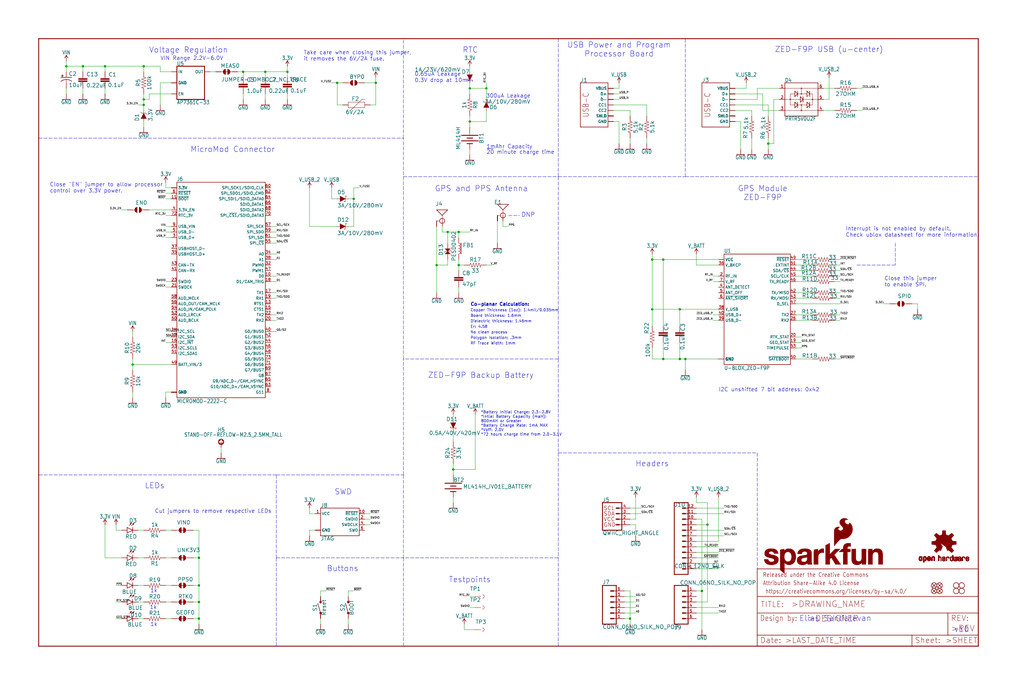
<source format=kicad_sch>
(kicad_sch (version 20211123) (generator eeschema)
  (paper "User" 470.586 317.906)
  (lib_symbols
    (symbol "eagleSchem-eagle-import:0.1UF-0603-25V-(+80{slash}-20%)"
      (property "Reference" "C" (at 1.524 2.921 0))
      (property "Value" "0.1UF-0603-25V-(+80{slash}-20%)" (at 1.524 -2.159 0))
      (symbol "0.1UF-0603-25V-(+80{slash}-20%)_1_0"
        (pin passive line (at 0 5.08 270) (length 2.54) (name "1") (number "1"))
        (pin passive line (at 0 -2.54 90) (length 2.54) (name "2") (number "2"))
      )
    )
    (symbol "eagleSchem-eagle-import:0.1UF-0603-25V-5%"
      (property "Reference" "C" (at 1.524 2.921 0))
      (property "Value" "0.1UF-0603-25V-5%" (at 1.524 -2.159 0))
      (symbol "0.1UF-0603-25V-5%_1_0"
        (pin passive line (at 0 5.08 270) (length 2.54) (name "1") (number "1"))
        (pin passive line (at 0 -2.54 90) (length 2.54) (name "2") (number "2"))
      )
    )
    (symbol "eagleSchem-eagle-import:0.22UF-0603-25V-10%"
      (property "Reference" "C" (at 1.524 2.921 0))
      (property "Value" "0.22UF-0603-25V-10%" (at 1.524 -2.159 0))
      (symbol "0.22UF-0603-25V-10%_1_0"
        (pin passive line (at 0 5.08 270) (length 2.54) (name "1") (number "1"))
        (pin passive line (at 0 -2.54 90) (length 2.54) (name "2") (number "2"))
      )
    )
    (symbol "eagleSchem-eagle-import:1.0UF-0603-16V-10%"
      (property "Reference" "C" (at 1.524 2.921 0))
      (property "Value" "1.0UF-0603-16V-10%" (at 1.524 -2.159 0))
      (symbol "1.0UF-0603-16V-10%_1_0"
        (pin passive line (at 0 5.08 270) (length 2.54) (name "1") (number "1"))
        (pin passive line (at 0 -2.54 90) (length 2.54) (name "2") (number "2"))
      )
    )
    (symbol "eagleSchem-eagle-import:100KOHM-0603-1{slash}10W-1%"
      (property "Reference" "R" (at 0 1.524 0))
      (property "Value" "100KOHM-0603-1{slash}10W-1%" (at 0 -1.524 0))
      (symbol "100KOHM-0603-1{slash}10W-1%_1_0"
        (pin passive line (at -5.08 0 0) (length 2.54) (name "1") (number "1"))
        (pin passive line (at 5.08 0 180) (length 2.54) (name "2") (number "2"))
      )
    )
    (symbol "eagleSchem-eagle-import:10KOHM-0603-1{slash}10W-1%"
      (property "Reference" "R" (at 0 1.524 0))
      (property "Value" "10KOHM-0603-1{slash}10W-1%" (at 0 -1.524 0))
      (symbol "10KOHM-0603-1{slash}10W-1%_1_0"
        (pin passive line (at -5.08 0 0) (length 2.54) (name "1") (number "1"))
        (pin passive line (at 5.08 0 180) (length 2.54) (name "2") (number "2"))
      )
    )
    (symbol "eagleSchem-eagle-import:10UF-POLAR-EIA3216-16V-10%(TANT)"
      (property "Reference" "C" (at 1.016 0.635 0))
      (property "Value" "10UF-POLAR-EIA3216-16V-10%(TANT)" (at 1.016 -4.191 0))
      (symbol "10UF-POLAR-EIA3216-16V-10%(TANT)_1_0"
        (pin passive line (at 0 2.54 270) (length 2.54) (name "+") (number "+"))
        (pin passive line (at 0 -5.08 90) (length 2.54) (name "-") (number "-"))
      )
    )
    (symbol "eagleSchem-eagle-import:1KOHM-0603-1{slash}10W-1%"
      (property "Reference" "R" (at 0 1.524 0))
      (property "Value" "1KOHM-0603-1{slash}10W-1%" (at 0 -1.524 0))
      (symbol "1KOHM-0603-1{slash}10W-1%_1_0"
        (pin passive line (at -5.08 0 0) (length 2.54) (name "1") (number "1"))
        (pin passive line (at 5.08 0 180) (length 2.54) (name "2") (number "2"))
      )
    )
    (symbol "eagleSchem-eagle-import:20KOHM-0603-1{slash}10W-1%"
      (property "Reference" "R" (at 0 1.524 0))
      (property "Value" "20KOHM-0603-1{slash}10W-1%" (at 0 -1.524 0))
      (symbol "20KOHM-0603-1{slash}10W-1%_1_0"
        (pin passive line (at -5.08 0 0) (length 2.54) (name "1") (number "1"))
        (pin passive line (at 5.08 0 180) (length 2.54) (name "2") (number "2"))
      )
    )
    (symbol "eagleSchem-eagle-import:27OHM"
      (property "Reference" "R" (at 0 1.524 0))
      (property "Value" "27OHM" (at 0 -1.524 0))
      (symbol "27OHM_1_0"
        (pin passive line (at -5.08 0 0) (length 2.54) (name "1") (number "1"))
        (pin passive line (at 5.08 0 180) (length 2.54) (name "2") (number "2"))
      )
    )
    (symbol "eagleSchem-eagle-import:3.3KOHM-0603-1{slash}10W-1%"
      (property "Reference" "R" (at 0 1.524 0))
      (property "Value" "3.3KOHM-0603-1{slash}10W-1%" (at 0 -1.524 0))
      (symbol "3.3KOHM-0603-1{slash}10W-1%_1_0"
        (pin passive line (at -5.08 0 0) (length 2.54) (name "1") (number "1"))
        (pin passive line (at 5.08 0 180) (length 2.54) (name "2") (number "2"))
      )
    )
    (symbol "eagleSchem-eagle-import:3.3V" (power)
      (property "Value" "3.3V" (at 0 2.794 0))
      (symbol "3.3V_1_0"
        (pin power_in line (at 0 0 90) (length 2.54) (name "3.3V") (number "1"))
      )
    )
    (symbol "eagleSchem-eagle-import:33OHM-0603-1{slash}10W-1%"
      (property "Reference" "R" (at 0 1.524 0))
      (property "Value" "33OHM-0603-1{slash}10W-1%" (at 0 -1.524 0))
      (symbol "33OHM-0603-1{slash}10W-1%_1_0"
        (pin passive line (at -5.08 0 0) (length 2.54) (name "1") (number "1"))
        (pin passive line (at 5.08 0 180) (length 2.54) (name "2") (number "2"))
      )
    )
    (symbol "eagleSchem-eagle-import:33OHM_RA-1206-1{slash}16W-5%"
      (property "Reference" "R" (at 0 1.524 0))
      (property "Value" "33OHM_RA-1206-1{slash}16W-5%" (at 0 -1.524 0))
      (symbol "33OHM_RA-1206-1{slash}16W-5%_1_0"
        (pin passive line (at -5.08 0 0) (length 2.54) (name "1") (number "P1"))
        (pin passive line (at 5.08 0 180) (length 2.54) (name "2") (number "P8"))
      )
      (symbol "33OHM_RA-1206-1{slash}16W-5%_2_0"
        (pin passive line (at -5.08 0 0) (length 2.54) (name "1") (number "P2"))
        (pin passive line (at 5.08 0 180) (length 2.54) (name "2") (number "P7"))
      )
      (symbol "33OHM_RA-1206-1{slash}16W-5%_3_0"
        (pin passive line (at -5.08 0 0) (length 2.54) (name "1") (number "P3"))
        (pin passive line (at 5.08 0 180) (length 2.54) (name "2") (number "P6"))
      )
      (symbol "33OHM_RA-1206-1{slash}16W-5%_4_0"
        (pin passive line (at -5.08 0 0) (length 2.54) (name "1") (number "P4"))
        (pin passive line (at 5.08 0 180) (length 2.54) (name "2") (number "P5"))
      )
    )
    (symbol "eagleSchem-eagle-import:47PF-0603-50V-5%"
      (property "Reference" "C" (at 1.524 2.921 0))
      (property "Value" "47PF-0603-50V-5%" (at 1.524 -2.159 0))
      (symbol "47PF-0603-50V-5%_1_0"
        (pin passive line (at 0 5.08 270) (length 2.54) (name "1") (number "1"))
        (pin passive line (at 0 -2.54 90) (length 2.54) (name "2") (number "2"))
      )
    )
    (symbol "eagleSchem-eagle-import:5.1KOHM5.1KOHM-0603-1{slash}10W-1%"
      (property "Reference" "R" (at 0 1.524 0))
      (property "Value" "5.1KOHM5.1KOHM-0603-1{slash}10W-1%" (at 0 -1.524 0))
      (symbol "5.1KOHM5.1KOHM-0603-1{slash}10W-1%_1_0"
        (pin passive line (at -5.08 0 0) (length 2.54) (name "1") (number "1"))
        (pin passive line (at 5.08 0 180) (length 2.54) (name "2") (number "2"))
      )
    )
    (symbol "eagleSchem-eagle-import:ANTENNA-SMA-GROUNDEDEDGE_SMA"
      (property "Reference" "E" (at 3.048 0 0))
      (property "Value" "ANTENNA-SMA-GROUNDEDEDGE_SMA" (at 3.048 -2.286 0))
      (symbol "ANTENNA-SMA-GROUNDEDEDGE_SMA_1_0"
        (pin bidirectional line (at 2.54 -2.54 90) (length 2.54) (name "GND") (number "GND@0"))
        (pin bidirectional line (at 2.54 -2.54 90) (length 2.54) (name "GND") (number "GND@1"))
        (pin bidirectional line (at 2.54 -2.54 90) (length 2.54) (name "GND") (number "GND@2"))
        (pin bidirectional line (at 2.54 -2.54 90) (length 2.54) (name "GND") (number "GND@3"))
        (pin bidirectional line (at 0 -2.54 90) (length 2.54) (name "SIGNAL") (number "SIG"))
      )
    )
    (symbol "eagleSchem-eagle-import:AP7361C-33FGEUDFN-8"
      (property "Reference" "U" (at -7.62 7.874 0))
      (property "Value" "AP7361C-33FGEUDFN-8" (at -7.62 -7.874 0))
      (symbol "AP7361C-33FGEUDFN-8_1_0"
        (pin output line (at 7.62 5.08 180) (length 2.54) (name "OUT") (number "1"))
        (pin input line (at -10.16 0 0) (length 2.54) (name "GND") (number "4"))
        (pin bidirectional line (at -10.16 -5.08 0) (length 2.54) (name "EN") (number "5"))
        (pin input line (at -10.16 5.08 0) (length 2.54) (name "IN") (number "8"))
        (pin input line (at -10.16 0 0) (length 2.54) (name "GND") (number "EP"))
      )
    )
    (symbol "eagleSchem-eagle-import:CONN_06NO_SILK_NO_POP"
      (property "Reference" "J" (at -5.08 10.668 0))
      (property "Value" "CONN_06NO_SILK_NO_POP" (at -5.08 -9.906 0))
      (symbol "CONN_06NO_SILK_NO_POP_1_0"
        (pin passive line (at 5.08 -5.08 180) (length 5.08) (name "1") (number "1"))
        (pin passive line (at 5.08 -2.54 180) (length 5.08) (name "2") (number "2"))
        (pin passive line (at 5.08 0 180) (length 5.08) (name "3") (number "3"))
        (pin passive line (at 5.08 2.54 180) (length 5.08) (name "4") (number "4"))
        (pin passive line (at 5.08 5.08 180) (length 5.08) (name "5") (number "5"))
        (pin passive line (at 5.08 7.62 180) (length 5.08) (name "6") (number "6"))
      )
    )
    (symbol "eagleSchem-eagle-import:CONN_12NO_SILK"
      (property "Reference" "J" (at 0 15.748 0))
      (property "Value" "CONN_12NO_SILK" (at 0 -20.066 0))
      (symbol "CONN_12NO_SILK_1_0"
        (pin passive line (at 10.16 -15.24 180) (length 5.08) (name "1") (number "1"))
        (pin passive line (at 10.16 7.62 180) (length 5.08) (name "10") (number "10"))
        (pin passive line (at 10.16 10.16 180) (length 5.08) (name "11") (number "11"))
        (pin passive line (at 10.16 12.7 180) (length 5.08) (name "12") (number "12"))
        (pin passive line (at 10.16 -12.7 180) (length 5.08) (name "2") (number "2"))
        (pin passive line (at 10.16 -10.16 180) (length 5.08) (name "3") (number "3"))
        (pin passive line (at 10.16 -7.62 180) (length 5.08) (name "4") (number "4"))
        (pin passive line (at 10.16 -5.08 180) (length 5.08) (name "5") (number "5"))
        (pin passive line (at 10.16 -2.54 180) (length 5.08) (name "6") (number "6"))
        (pin passive line (at 10.16 0 180) (length 5.08) (name "7") (number "7"))
        (pin passive line (at 10.16 2.54 180) (length 5.08) (name "8") (number "8"))
        (pin passive line (at 10.16 5.08 180) (length 5.08) (name "9") (number "9"))
      )
    )
    (symbol "eagleSchem-eagle-import:CORTEX_JTAG_DEBUG_MINIMUM_PTH"
      (property "Reference" "J" (at -10.16 7.874 0))
      (property "Value" "CORTEX_JTAG_DEBUG_MINIMUM_PTH" (at -10.16 -7.366 0))
      (symbol "CORTEX_JTAG_DEBUG_MINIMUM_PTH_1_0"
        (pin bidirectional line (at -12.7 5.08 0) (length 2.54) (name "VCC") (number "1"))
        (pin bidirectional line (at 10.16 5.08 180) (length 2.54) (name "~{RESET}") (number "10"))
        (pin bidirectional line (at 10.16 2.54 180) (length 2.54) (name "SWDIO") (number "2"))
        (pin bidirectional line (at -12.7 -2.54 0) (length 2.54) (name "GND") (number "3"))
        (pin bidirectional line (at 10.16 0 180) (length 2.54) (name "SWDCLK") (number "4"))
        (pin bidirectional line (at -12.7 -2.54 0) (length 2.54) (name "GND") (number "5"))
        (pin bidirectional line (at 10.16 -2.54 180) (length 2.54) (name "SWO") (number "6"))
        (pin bidirectional line (at -12.7 -2.54 0) (length 2.54) (name "GND") (number "9"))
      )
    )
    (symbol "eagleSchem-eagle-import:DIODE-SCHOTTKY-BAT20J"
      (property "Reference" "D" (at -2.54 2.032 0))
      (property "Value" "DIODE-SCHOTTKY-BAT20J" (at -2.54 -2.032 0))
      (symbol "DIODE-SCHOTTKY-BAT20J_1_0"
        (pin passive line (at -2.54 0 0) (length 0) (name "A") (number "A"))
        (pin passive line (at 2.54 0 180) (length 0) (name "C") (number "C"))
      )
    )
    (symbol "eagleSchem-eagle-import:DIODE-SCHOTTKY-BAT60A"
      (property "Reference" "D" (at -2.54 2.032 0))
      (property "Value" "DIODE-SCHOTTKY-BAT60A" (at -2.54 -2.032 0))
      (symbol "DIODE-SCHOTTKY-BAT60A_1_0"
        (pin passive line (at -2.54 0 0) (length 0) (name "A") (number "A"))
        (pin passive line (at 2.54 0 180) (length 0) (name "C") (number "C"))
      )
    )
    (symbol "eagleSchem-eagle-import:DIODE-SCHOTTKY-PMEG4005EJ"
      (property "Reference" "D" (at -2.54 2.032 0))
      (property "Value" "DIODE-SCHOTTKY-PMEG4005EJ" (at -2.54 -2.032 0))
      (symbol "DIODE-SCHOTTKY-PMEG4005EJ_1_0"
        (pin passive line (at -2.54 0 0) (length 0) (name "A") (number "A"))
        (pin passive line (at 2.54 0 180) (length 0) (name "C") (number "C"))
      )
    )
    (symbol "eagleSchem-eagle-import:DIODE-ZENER-MM3Z3V3T1G"
      (property "Reference" "D" (at -2.54 2.032 0))
      (property "Value" "DIODE-ZENER-MM3Z3V3T1G" (at -2.54 -2.032 0))
      (symbol "DIODE-ZENER-MM3Z3V3T1G_1_0"
        (pin passive line (at -2.54 0 0) (length 0) (name "A") (number "A"))
        (pin passive line (at 2.54 0 180) (length 0) (name "C") (number "C"))
      )
    )
    (symbol "eagleSchem-eagle-import:FERRITE_BEAD-120_OHM-0402T"
      (property "Reference" "FB" (at 1.27 2.54 0))
      (property "Value" "FERRITE_BEAD-120_OHM-0402T" (at 1.27 -2.54 0))
      (symbol "FERRITE_BEAD-120_OHM-0402T_1_0"
        (pin passive line (at 0 5.08 270) (length 2.54) (name "1") (number "1"))
        (pin passive line (at 0 -5.08 90) (length 2.54) (name "2") (number "2"))
      )
    )
    (symbol "eagleSchem-eagle-import:FIDUCIALUFIDUCIAL")
    (symbol "eagleSchem-eagle-import:FRAME-LEDGER"
      (symbol "FRAME-LEDGER_2_0"
        (text " https://creativecommons.org/licenses/by-sa/4.0/" (at 2.54 24.13 0) (effects (font (size 1.9304 1.6408)) (justify left bottom)))
        (text ">DESIGNER" (at 23.114 11.176 0) (effects (font (size 2.7432 2.7432)) (justify left bottom)))
        (text ">DRAWING_NAME" (at 15.494 17.78 0) (effects (font (size 2.7432 2.7432)) (justify left bottom)))
        (text ">LAST_DATE_TIME" (at 12.7 1.27 0) (effects (font (size 2.54 2.54)) (justify left bottom)))
        (text ">REV" (at 88.9 6.604 0) (effects (font (size 2.7432 2.7432)) (justify left bottom)))
        (text ">SHEET" (at 86.36 1.27 0) (effects (font (size 2.54 2.54)) (justify left bottom)))
        (text "Attribution Share-Alike 4.0 License" (at 2.54 27.94 0) (effects (font (size 1.9304 1.6408)) (justify left bottom)))
        (text "Date:" (at 1.27 1.27 0) (effects (font (size 2.54 2.54)) (justify left bottom)))
        (text "Design by:" (at 1.27 11.43 0) (effects (font (size 2.54 2.159)) (justify left bottom)))
        (text "Released under the Creative Commons" (at 2.54 31.75 0) (effects (font (size 1.9304 1.6408)) (justify left bottom)))
        (text "REV:" (at 88.9 11.43 0) (effects (font (size 2.54 2.54)) (justify left bottom)))
        (text "Sheet:" (at 72.39 1.27 0) (effects (font (size 2.54 2.54)) (justify left bottom)))
        (text "TITLE:" (at 1.524 17.78 0) (effects (font (size 2.54 2.54)) (justify left bottom)))
      )
    )
    (symbol "eagleSchem-eagle-import:GND" (power)
      (property "Value" "GND" (at 0 -0.254 0))
      (symbol "GND_1_0"
        (pin power_in line (at 0 2.54 270) (length 2.54) (name "GND") (number "1"))
      )
    )
    (symbol "eagleSchem-eagle-import:JUMPER-COMBO_2_NC_TRACE"
      (property "Reference" "JP" (at -2.54 2.54 0))
      (property "Value" "JUMPER-COMBO_2_NC_TRACE" (at -2.54 -2.54 0))
      (symbol "JUMPER-COMBO_2_NC_TRACE_1_0"
        (pin passive line (at -5.08 0 0) (length 2.54) (name "1") (number "1"))
        (pin passive line (at 5.08 0 180) (length 2.54) (name "2") (number "2"))
        (pin passive line (at -5.08 0 0) (length 2.54) (name "1") (number "3"))
        (pin passive line (at 5.08 0 180) (length 2.54) (name "2") (number "4"))
      )
    )
    (symbol "eagleSchem-eagle-import:JUMPER-SMT_2_NC_TRACE_SILK"
      (property "Reference" "JP" (at -2.54 2.54 0))
      (property "Value" "JUMPER-SMT_2_NC_TRACE_SILK" (at -2.54 -2.54 0))
      (symbol "JUMPER-SMT_2_NC_TRACE_SILK_1_0"
        (pin passive line (at -5.08 0 0) (length 2.54) (name "1") (number "1"))
        (pin passive line (at 5.08 0 180) (length 2.54) (name "2") (number "2"))
      )
    )
    (symbol "eagleSchem-eagle-import:JUMPER-SMT_2_NO_SILK"
      (property "Reference" "JP" (at -2.54 2.54 0))
      (property "Value" "JUMPER-SMT_2_NO_SILK" (at -2.54 -2.54 0))
      (symbol "JUMPER-SMT_2_NO_SILK_1_0"
        (pin passive line (at -5.08 0 0) (length 2.54) (name "1") (number "1"))
        (pin passive line (at 5.08 0 180) (length 2.54) (name "2") (number "2"))
      )
    )
    (symbol "eagleSchem-eagle-import:LED-BLUE0603"
      (property "Reference" "D" (at -3.429 -4.572 90))
      (property "Value" "LED-BLUE0603" (at 1.905 -4.572 90))
      (symbol "LED-BLUE0603_1_0"
        (pin passive line (at 0 2.54 270) (length 2.54) (name "A") (number "A"))
        (pin passive line (at 0 -5.08 90) (length 2.54) (name "C") (number "C"))
      )
    )
    (symbol "eagleSchem-eagle-import:LED-RED0603"
      (property "Reference" "D" (at -3.429 -4.572 90))
      (property "Value" "LED-RED0603" (at 1.905 -4.572 90))
      (symbol "LED-RED0603_1_0"
        (pin passive line (at 0 2.54 270) (length 2.54) (name "A") (number "A"))
        (pin passive line (at 0 -5.08 90) (length 2.54) (name "C") (number "C"))
      )
    )
    (symbol "eagleSchem-eagle-import:MICROMOD-2222-C"
      (property "Reference" "J" (at -20.32 53.848 0))
      (property "Value" "MICROMOD-2222-C" (at -20.32 -48.26 0))
      (symbol "MICROMOD-2222-C_1_0"
        (pin bidirectional line (at -22.86 -43.18 0) (length 2.54) (name "GND") (number "1"))
        (pin bidirectional line (at 22.86 10.16 180) (length 2.54) (name "D0") (number "10"))
        (pin bidirectional line (at -22.86 45.72 0) (length 2.54) (name "~{BOOT}") (number "11"))
        (pin bidirectional line (at -22.86 -17.78 0) (length 2.54) (name "I2C_SDA") (number "12"))
        (pin bidirectional line (at 22.86 -2.54 180) (length 2.54) (name "RTS1") (number "13"))
        (pin bidirectional line (at -22.86 -15.24 0) (length 2.54) (name "I2C_SCL") (number "14"))
        (pin bidirectional line (at 22.86 -5.08 180) (length 2.54) (name "CTS1") (number "15"))
        (pin bidirectional line (at -22.86 -20.32 0) (length 2.54) (name "I2C_~{INT}") (number "16"))
        (pin bidirectional line (at 22.86 2.54 180) (length 2.54) (name "TX1") (number "17"))
        (pin bidirectional line (at 22.86 7.62 180) (length 2.54) (name "D1/CAM_TRIG") (number "18"))
        (pin bidirectional line (at 22.86 0 180) (length 2.54) (name "RX1") (number "19"))
        (pin bidirectional line (at -22.86 50.8 0) (length 2.54) (name "3.3V") (number "2"))
        (pin bidirectional line (at 22.86 -10.16 180) (length 2.54) (name "RX2") (number "20"))
        (pin bidirectional line (at -22.86 5.08 0) (length 2.54) (name "SWDCK") (number "21"))
        (pin bidirectional line (at 22.86 -7.62 180) (length 2.54) (name "TX2") (number "22"))
        (pin bidirectional line (at -22.86 7.62 0) (length 2.54) (name "SWDIO") (number "23"))
        (pin bidirectional line (at -22.86 27.94 0) (length 2.54) (name "USB_D+") (number "3"))
        (pin bidirectional line (at 22.86 15.24 180) (length 2.54) (name "PWM0") (number "32"))
        (pin bidirectional line (at -22.86 -43.18 0) (length 2.54) (name "GND") (number "33"))
        (pin bidirectional line (at 22.86 20.32 180) (length 2.54) (name "A0") (number "34"))
        (pin bidirectional line (at -22.86 20.32 0) (length 2.54) (name "USBHOST_D+") (number "35"))
        (pin bidirectional line (at -22.86 -43.18 0) (length 2.54) (name "GND") (number "36"))
        (pin bidirectional line (at -22.86 22.86 0) (length 2.54) (name "USBHOST_D-") (number "37"))
        (pin bidirectional line (at 22.86 17.78 180) (length 2.54) (name "A1") (number "38"))
        (pin bidirectional line (at -22.86 -43.18 0) (length 2.54) (name "GND") (number "39"))
        (pin bidirectional line (at -22.86 40.64 0) (length 2.54) (name "3.3V_EN") (number "4"))
        (pin bidirectional line (at 22.86 -15.24 180) (length 2.54) (name "G0/BUS0") (number "40"))
        (pin bidirectional line (at -22.86 12.7 0) (length 2.54) (name "CAN-RX") (number "41"))
        (pin bidirectional line (at 22.86 -17.78 180) (length 2.54) (name "G1/BUS1") (number "42"))
        (pin bidirectional line (at -22.86 15.24 0) (length 2.54) (name "CAN-TX") (number "43"))
        (pin bidirectional line (at 22.86 -20.32 180) (length 2.54) (name "G2/BUS2") (number "44"))
        (pin bidirectional line (at -22.86 -43.18 0) (length 2.54) (name "GND") (number "45"))
        (pin bidirectional line (at 22.86 -22.86 180) (length 2.54) (name "G3/BUS3") (number "46"))
        (pin bidirectional line (at 22.86 12.7 180) (length 2.54) (name "PWM1") (number "47"))
        (pin bidirectional line (at 22.86 -25.4 180) (length 2.54) (name "G4/BUS4") (number "48"))
        (pin bidirectional line (at -22.86 -30.48 0) (length 2.54) (name "BATT_VIN/3") (number "49"))
        (pin bidirectional line (at -22.86 30.48 0) (length 2.54) (name "USB_D-") (number "5"))
        (pin bidirectional line (at -22.86 -10.16 0) (length 2.54) (name "AUD_BCLK") (number "50"))
        (pin bidirectional line (at -22.86 -25.4 0) (length 2.54) (name "I2C_SDA1") (number "51"))
        (pin bidirectional line (at -22.86 -7.62 0) (length 2.54) (name "AUD_LRCLK") (number "52"))
        (pin bidirectional line (at -22.86 -22.86 0) (length 2.54) (name "I2C_SCL1") (number "53"))
        (pin bidirectional line (at -22.86 -5.08 0) (length 2.54) (name "AUD_IN/CAM_PCLK") (number "54"))
        (pin bidirectional line (at 22.86 25.4 180) (length 2.54) (name "SPI_~{CS}") (number "55"))
        (pin bidirectional line (at -22.86 -2.54 0) (length 2.54) (name "AUD_OUT/CAM_MCLK") (number "56"))
        (pin bidirectional line (at 22.86 33.02 180) (length 2.54) (name "SPI_SCK") (number "57"))
        (pin bidirectional line (at -22.86 0 0) (length 2.54) (name "AUD_MCLK") (number "58"))
        (pin bidirectional line (at 22.86 30.48 180) (length 2.54) (name "SPI_SDO") (number "59"))
        (pin bidirectional line (at -22.86 48.26 0) (length 2.54) (name "~{RESET}") (number "6"))
        (pin bidirectional line (at 22.86 50.8 180) (length 2.54) (name "SPI_SCK1/SDIO_CLK") (number "60"))
        (pin bidirectional line (at 22.86 27.94 180) (length 2.54) (name "SPI_SDI") (number "61"))
        (pin bidirectional line (at 22.86 48.26 180) (length 2.54) (name "SPI_SDO1/SDIO_CMD") (number "62"))
        (pin bidirectional line (at 22.86 -40.64 180) (length 2.54) (name "G10/ADC_D+/CAM_VSYNC") (number "63"))
        (pin bidirectional line (at 22.86 45.72 180) (length 2.54) (name "SPI_SDI1/SDIO_DATA0") (number "64"))
        (pin bidirectional line (at 22.86 -38.1 180) (length 2.54) (name "G9/ADC_D-/CAM_HSYNC") (number "65"))
        (pin bidirectional line (at 22.86 43.18 180) (length 2.54) (name "SDIO_DATA1") (number "66"))
        (pin bidirectional line (at 22.86 -35.56 180) (length 2.54) (name "G8") (number "67"))
        (pin bidirectional line (at 22.86 40.64 180) (length 2.54) (name "SDIO_DATA2") (number "68"))
        (pin bidirectional line (at 22.86 -33.02 180) (length 2.54) (name "G7/BUS7") (number "69"))
        (pin bidirectional line (at -22.86 -43.18 0) (length 2.54) (name "GND") (number "7"))
        (pin bidirectional line (at 22.86 38.1 180) (length 2.54) (name "SPI_~{CS1}/SDIO_DATA3") (number "70"))
        (pin bidirectional line (at 22.86 -30.48 180) (length 2.54) (name "G6/BUS6") (number "71"))
        (pin bidirectional line (at -22.86 38.1 0) (length 2.54) (name "RTC_3V") (number "72"))
        (pin bidirectional line (at 22.86 -27.94 180) (length 2.54) (name "G5/BUS5") (number "73"))
        (pin bidirectional line (at -22.86 50.8 0) (length 2.54) (name "3.3V") (number "74"))
        (pin bidirectional line (at -22.86 -43.18 0) (length 2.54) (name "GND") (number "75"))
        (pin bidirectional line (at 22.86 -43.18 180) (length 2.54) (name "G11") (number "8"))
        (pin bidirectional line (at -22.86 33.02 0) (length 2.54) (name "USB_VIN") (number "9"))
      )
    )
    (symbol "eagleSchem-eagle-import:ML414H_IV01E_BATTERY"
      (property "Reference" "BT" (at 0 4.318 0))
      (property "Value" "ML414H_IV01E_BATTERY" (at 0 -4.318 0))
      (symbol "ML414H_IV01E_BATTERY_1_0"
        (pin power_in line (at -5.08 0 0) (length 2.54) (name "+") (number "+"))
        (pin power_in line (at 5.08 0 180) (length 2.54) (name "-") (number "-"))
      )
    )
    (symbol "eagleSchem-eagle-import:MOMENTARY-SWITCH-SPST-SMD-5.2-TALL-REDUNDANT"
      (property "Reference" "S" (at 0 1.524 0))
      (property "Value" "MOMENTARY-SWITCH-SPST-SMD-5.2-TALL-REDUNDANT" (at 0 -0.508 0))
      (symbol "MOMENTARY-SWITCH-SPST-SMD-5.2-TALL-REDUNDANT_1_0"
        (pin passive line (at -5.08 0 0) (length 2.54) (name "1") (number "1"))
        (pin passive line (at -5.08 0 0) (length 2.54) (name "1") (number "2"))
        (pin passive line (at 5.08 0 180) (length 2.54) (name "2") (number "3"))
        (pin passive line (at 5.08 0 180) (length 2.54) (name "2") (number "4"))
      )
    )
    (symbol "eagleSchem-eagle-import:OSHW-LOGOMINI")
    (symbol "eagleSchem-eagle-import:PESD0402"
      (property "Reference" "D" (at -2.54 2.794 0))
      (property "Value" "PESD0402" (at -2.54 -2.794 0))
      (symbol "PESD0402_1_0"
        (pin bidirectional line (at -2.54 0 0) (length 2.54) (name "1") (number "1"))
        (pin bidirectional line (at 5.08 0 180) (length 2.54) (name "2") (number "2"))
      )
    )
    (symbol "eagleSchem-eagle-import:PPTC_6V2A"
      (property "Reference" "F" (at 1.905 3.175 0))
      (property "Value" "PPTC_6V2A" (at 1.27 -2.794 0))
      (symbol "PPTC_6V2A_1_0"
        (pin bidirectional line (at -5.08 0 0) (length 2.54) (name "1") (number "1"))
        (pin bidirectional line (at 7.62 0 180) (length 2.54) (name "2") (number "2"))
      )
    )
    (symbol "eagleSchem-eagle-import:PRTR5V0U2F"
      (property "Reference" "D" (at -7.62 7.874 0))
      (property "Value" "PRTR5V0U2F" (at -7.62 -7.874 0))
      (symbol "PRTR5V0U2F_1_0"
        (pin bidirectional line (at -10.16 5.08 0) (length 2.54) (name "1") (number "1"))
        (pin power_in line (at -10.16 0 0) (length 2.54) (name "2") (number "2"))
        (pin bidirectional line (at -10.16 -5.08 0) (length 2.54) (name "3") (number "3"))
        (pin bidirectional line (at 10.16 -5.08 180) (length 2.54) (name "4") (number "4"))
        (pin power_in line (at 10.16 0 180) (length 2.54) (name "5") (number "5"))
        (pin bidirectional line (at 10.16 5.08 180) (length 2.54) (name "6") (number "6"))
      )
    )
    (symbol "eagleSchem-eagle-import:QWIIC_CONNECTORJS-1MM"
      (property "Reference" "J" (at -5.08 7.874 0))
      (property "Value" "QWIIC_CONNECTORJS-1MM" (at -5.08 -5.334 0))
      (symbol "QWIIC_CONNECTORJS-1MM_1_0"
        (text "GND" (at -4.572 -2.54 0) (effects (font (size 1.778 1.778)) (justify left)))
        (text "SCL" (at -4.572 5.08 0) (effects (font (size 1.778 1.778)) (justify left)))
        (text "SDA" (at -4.572 2.54 0) (effects (font (size 1.778 1.778)) (justify left)))
        (text "VCC" (at -4.572 0 0) (effects (font (size 1.778 1.778)) (justify left)))
        (pin power_in line (at 7.62 -2.54 180) (length 5.08) (name "1") (number "1"))
        (pin power_in line (at 7.62 0 180) (length 5.08) (name "2") (number "2"))
        (pin passive line (at 7.62 2.54 180) (length 5.08) (name "3") (number "3"))
        (pin passive line (at 7.62 5.08 180) (length 5.08) (name "4") (number "4"))
      )
    )
    (symbol "eagleSchem-eagle-import:SFE_LOGO_NAME_FLAME.3_INCH")
    (symbol "eagleSchem-eagle-import:STAND-OFF-REFLOW-M2.5_2.5MM_TALL"
      (property "Reference" "H" (at -2.54 2.54 0))
      (property "Value" "STAND-OFF-REFLOW-M2.5_2.5MM_TALL" (at 2.54 0 0))
      (symbol "STAND-OFF-REFLOW-M2.5_2.5MM_TALL_1_0"
        (pin bidirectional line (at 0 -2.54 90) (length 2.54) (name "1") (number "1"))
      )
    )
    (symbol "eagleSchem-eagle-import:STAND-OFFTIGHT")
    (symbol "eagleSchem-eagle-import:TEST-POINT3X5"
      (property "Reference" "TP" (at -2.54 2.54 0))
      (property "Value" "TEST-POINT3X5" (at -2.54 -2.54 0))
      (symbol "TEST-POINT3X5_1_0"
        (pin bidirectional line (at 0 0 180) (length 0) (name "1") (number "1"))
      )
    )
    (symbol "eagleSchem-eagle-import:U-BLOX_ZED-F9P"
      (property "Reference" "U" (at -15.24 25.908 0))
      (property "Value" "U-BLOX_ZED-F9P" (at -15.24 -27.94 0))
      (symbol "U-BLOX_ZED-F9P_1_0"
        (pin bidirectional line (at -17.78 -22.86 0) (length 2.54) (name "GND") (number "1"))
        (pin bidirectional line (at -17.78 -22.86 0) (length 2.54) (name "GND") (number "100"))
        (pin bidirectional line (at -17.78 -22.86 0) (length 2.54) (name "GND") (number "101"))
        (pin bidirectional line (at -17.78 -22.86 0) (length 2.54) (name "GND") (number "102"))
        (pin bidirectional line (at -17.78 -22.86 0) (length 2.54) (name "GND") (number "12"))
        (pin bidirectional line (at -17.78 -22.86 0) (length 2.54) (name "GND") (number "14"))
        (pin bidirectional line (at 17.78 -15.24 180) (length 2.54) (name "GEO_STAT") (number "19"))
        (pin bidirectional line (at -17.78 15.24 0) (length 2.54) (name "RF_IN") (number "2"))
        (pin bidirectional line (at 17.78 -12.7 180) (length 2.54) (name "RTK_STAT") (number "20"))
        (pin bidirectional line (at 17.78 -5.08 180) (length 2.54) (name "RX2") (number "26"))
        (pin bidirectional line (at 17.78 -2.54 180) (length 2.54) (name "TX2") (number "27"))
        (pin bidirectional line (at -17.78 -22.86 0) (length 2.54) (name "GND") (number "3"))
        (pin bidirectional line (at -17.78 -22.86 0) (length 2.54) (name "GND") (number "32"))
        (pin bidirectional line (at -17.78 22.86 0) (length 2.54) (name "VCC") (number "33"))
        (pin bidirectional line (at -17.78 22.86 0) (length 2.54) (name "VCC") (number "34"))
        (pin bidirectional line (at -17.78 20.32 0) (length 2.54) (name "V_BKCP") (number "36"))
        (pin bidirectional line (at -17.78 -22.86 0) (length 2.54) (name "GND") (number "37"))
        (pin bidirectional line (at -17.78 0 0) (length 2.54) (name "V_USB") (number "38"))
        (pin bidirectional line (at -17.78 -5.08 0) (length 2.54) (name "USB_D-") (number "39"))
        (pin bidirectional line (at -17.78 10.16 0) (length 2.54) (name "ANT_DETECT") (number "4"))
        (pin bidirectional line (at -17.78 -2.54 0) (length 2.54) (name "USB_D+") (number "40"))
        (pin bidirectional line (at -17.78 -22.86 0) (length 2.54) (name "GND") (number "41"))
        (pin bidirectional line (at 17.78 7.62 180) (length 2.54) (name "TX/MISO") (number "42"))
        (pin bidirectional line (at 17.78 5.08 180) (length 2.54) (name "RX/MOSI") (number "43"))
        (pin bidirectional line (at 17.78 17.78 180) (length 2.54) (name "SDA/~{CS}") (number "44"))
        (pin bidirectional line (at 17.78 15.24 180) (length 2.54) (name "SCL/CLK") (number "45"))
        (pin bidirectional line (at 17.78 12.7 180) (length 2.54) (name "TX_READY") (number "46"))
        (pin bidirectional line (at 17.78 2.54 180) (length 2.54) (name "D_SEL") (number "47"))
        (pin bidirectional line (at -17.78 -22.86 0) (length 2.54) (name "GND") (number "48"))
        (pin bidirectional line (at 17.78 22.86 180) (length 2.54) (name "~{RESET}") (number "49"))
        (pin bidirectional line (at -17.78 7.62 0) (length 2.54) (name "ANT_OFF") (number "5"))
        (pin bidirectional line (at 17.78 -22.86 180) (length 2.54) (name "~{SAFEBOOT}") (number "50"))
        (pin bidirectional line (at 17.78 20.32 180) (length 2.54) (name "EXTINT") (number "51"))
        (pin bidirectional line (at 17.78 -17.78 180) (length 2.54) (name "TIMEPULSE") (number "53"))
        (pin bidirectional line (at -17.78 -22.86 0) (length 2.54) (name "GND") (number "55"))
        (pin bidirectional line (at -17.78 -22.86 0) (length 2.54) (name "GND") (number "56"))
        (pin bidirectional line (at -17.78 -22.86 0) (length 2.54) (name "GND") (number "57"))
        (pin bidirectional line (at -17.78 -22.86 0) (length 2.54) (name "GND") (number "58"))
        (pin bidirectional line (at -17.78 -22.86 0) (length 2.54) (name "GND") (number "59"))
        (pin bidirectional line (at -17.78 5.08 0) (length 2.54) (name "~{ANT_SHORT}") (number "6"))
        (pin bidirectional line (at -17.78 -22.86 0) (length 2.54) (name "GND") (number "60"))
        (pin bidirectional line (at -17.78 -22.86 0) (length 2.54) (name "GND") (number "61"))
        (pin bidirectional line (at -17.78 -22.86 0) (length 2.54) (name "GND") (number "62"))
        (pin bidirectional line (at -17.78 -22.86 0) (length 2.54) (name "GND") (number "63"))
        (pin bidirectional line (at -17.78 -22.86 0) (length 2.54) (name "GND") (number "64"))
        (pin bidirectional line (at -17.78 -22.86 0) (length 2.54) (name "GND") (number "65"))
        (pin bidirectional line (at -17.78 -22.86 0) (length 2.54) (name "GND") (number "66"))
        (pin bidirectional line (at -17.78 -22.86 0) (length 2.54) (name "GND") (number "67"))
        (pin bidirectional line (at -17.78 -22.86 0) (length 2.54) (name "GND") (number "68"))
        (pin bidirectional line (at -17.78 -22.86 0) (length 2.54) (name "GND") (number "69"))
        (pin bidirectional line (at -17.78 12.7 0) (length 2.54) (name "V_RF") (number "7"))
        (pin bidirectional line (at -17.78 -22.86 0) (length 2.54) (name "GND") (number "70"))
        (pin bidirectional line (at -17.78 -22.86 0) (length 2.54) (name "GND") (number "71"))
        (pin bidirectional line (at -17.78 -22.86 0) (length 2.54) (name "GND") (number "72"))
        (pin bidirectional line (at -17.78 -22.86 0) (length 2.54) (name "GND") (number "73"))
        (pin bidirectional line (at -17.78 -22.86 0) (length 2.54) (name "GND") (number "74"))
        (pin bidirectional line (at -17.78 -22.86 0) (length 2.54) (name "GND") (number "75"))
        (pin bidirectional line (at -17.78 -22.86 0) (length 2.54) (name "GND") (number "76"))
        (pin bidirectional line (at -17.78 -22.86 0) (length 2.54) (name "GND") (number "77"))
        (pin bidirectional line (at -17.78 -22.86 0) (length 2.54) (name "GND") (number "78"))
        (pin bidirectional line (at -17.78 -22.86 0) (length 2.54) (name "GND") (number "79"))
        (pin bidirectional line (at -17.78 -22.86 0) (length 2.54) (name "GND") (number "80"))
        (pin bidirectional line (at -17.78 -22.86 0) (length 2.54) (name "GND") (number "81"))
        (pin bidirectional line (at -17.78 -22.86 0) (length 2.54) (name "GND") (number "82"))
        (pin bidirectional line (at -17.78 -22.86 0) (length 2.54) (name "GND") (number "83"))
        (pin bidirectional line (at -17.78 -22.86 0) (length 2.54) (name "GND") (number "84"))
        (pin bidirectional line (at -17.78 -22.86 0) (length 2.54) (name "GND") (number "85"))
        (pin bidirectional line (at -17.78 -22.86 0) (length 2.54) (name "GND") (number "86"))
        (pin bidirectional line (at -17.78 -22.86 0) (length 2.54) (name "GND") (number "87"))
        (pin bidirectional line (at -17.78 -22.86 0) (length 2.54) (name "GND") (number "88"))
        (pin bidirectional line (at -17.78 -22.86 0) (length 2.54) (name "GND") (number "89"))
        (pin bidirectional line (at -17.78 -22.86 0) (length 2.54) (name "GND") (number "90"))
        (pin bidirectional line (at -17.78 -22.86 0) (length 2.54) (name "GND") (number "91"))
        (pin bidirectional line (at -17.78 -22.86 0) (length 2.54) (name "GND") (number "92"))
        (pin bidirectional line (at -17.78 -22.86 0) (length 2.54) (name "GND") (number "93"))
        (pin bidirectional line (at -17.78 -22.86 0) (length 2.54) (name "GND") (number "94"))
        (pin bidirectional line (at -17.78 -22.86 0) (length 2.54) (name "GND") (number "95"))
        (pin bidirectional line (at -17.78 -22.86 0) (length 2.54) (name "GND") (number "96"))
        (pin bidirectional line (at -17.78 -22.86 0) (length 2.54) (name "GND") (number "97"))
        (pin bidirectional line (at -17.78 -22.86 0) (length 2.54) (name "GND") (number "98"))
        (pin bidirectional line (at -17.78 -22.86 0) (length 2.54) (name "GND") (number "99"))
      )
    )
    (symbol "eagleSchem-eagle-import:USB_C_2-LAYER_PADS"
      (property "Reference" "J" (at -2.54 10.414 0))
      (property "Value" "USB_C_2-LAYER_PADS" (at -2.54 -12.446 0))
      (symbol "USB_C_2-LAYER_PADS_1_0"
        (text "USB-C" (at 0 0 900) (effects (font (size 2.54 2.159))))
        (pin bidirectional line (at 12.7 0 180) (length 2.54) (name "CC1") (number "A5"))
        (pin bidirectional line (at 12.7 5.08 180) (length 2.54) (name "D+") (number "A6"))
        (pin bidirectional line (at 12.7 2.54 180) (length 2.54) (name "D-") (number "A7"))
        (pin bidirectional line (at 12.7 -2.54 180) (length 2.54) (name "CC2") (number "B5"))
        (pin bidirectional line (at 12.7 5.08 180) (length 2.54) (name "D+") (number "B6"))
        (pin bidirectional line (at 12.7 2.54 180) (length 2.54) (name "D-") (number "B7"))
        (pin bidirectional line (at 12.7 -7.62 180) (length 2.54) (name "GND") (number "GND"))
        (pin bidirectional line (at 12.7 -7.62 180) (length 2.54) (name "GND") (number "GND2"))
        (pin bidirectional line (at 12.7 -5.08 180) (length 2.54) (name "SHLD") (number "SHLD1"))
        (pin bidirectional line (at 12.7 -5.08 180) (length 2.54) (name "SHLD") (number "SHLD2"))
        (pin bidirectional line (at 12.7 -5.08 180) (length 2.54) (name "SHLD") (number "SHLD3"))
        (pin bidirectional line (at 12.7 -5.08 180) (length 2.54) (name "SHLD") (number "SHLD4"))
        (pin bidirectional line (at 12.7 7.62 180) (length 2.54) (name "VBUS") (number "VBUS1"))
        (pin bidirectional line (at 12.7 7.62 180) (length 2.54) (name "VBUS") (number "VBUS2"))
      )
    )
    (symbol "eagleSchem-eagle-import:VIN" (power)
      (property "Value" "VIN" (at 0 2.794 0))
      (symbol "VIN_1_0"
        (pin power_in line (at 0 0 90) (length 2.54) (name "VIN") (number "1"))
      )
    )
    (symbol "eagleSchem-eagle-import:V_BATT" (power)
      (property "Value" "V_BATT" (at 0 2.794 0))
      (symbol "V_BATT_1_0"
        (pin power_in line (at 0 0 90) (length 2.54) (name "V_BATT") (number "1"))
      )
    )
    (symbol "eagleSchem-eagle-import:V_USB" (power)
      (property "Value" "V_USB" (at 0 2.794 0))
      (symbol "V_USB_1_0"
        (pin power_in line (at 0 0 90) (length 2.54) (name "V_USB") (number "1"))
      )
    )
    (symbol "eagleSchem-eagle-import:V_USB_2" (power)
      (property "Value" "V_USB_2" (at 0 2.794 0))
      (symbol "V_USB_2_1_0"
        (pin power_in line (at 0 0 90) (length 2.54) (name "V_USB_2") (number "1"))
      )
    )
  )
  (junction (at 215.9 55.88))
  (junction (at 132.08 33.02))
  (junction (at 208.28 215.9))
  (junction (at 91.44 269.24))
  (junction (at 312.42 165.1))
  (junction (at 299.72 119.38))
  (junction (at 205.74 106.68))
  (junction (at 325.12 241.3))
  (junction (at 304.8 119.38))
  (junction (at 312.42 142.24))
  (junction (at 200.66 121.92))
  (junction (at 353.06 66.04))
  (junction (at 322.58 271.78))
  (junction (at 66.04 30.48))
  (junction (at 299.72 142.24))
  (junction (at 215.9 40.64))
  (junction (at 304.8 165.1))
  (junction (at 66.04 48.26))
  (junction (at 66.04 45.72))
  (junction (at 30.48 30.48))
  (junction (at 223.52 40.64))
  (junction (at 210.82 121.92))
  (junction (at 91.44 284.48))
  (junction (at 172.72 38.1))
  (junction (at 154.94 38.1))
  (junction (at 289.56 284.48))
  (junction (at 210.82 106.68))
  (junction (at 38.1 30.48))
  (junction (at 121.92 33.02))
  (junction (at 111.76 33.02))
  (junction (at 314.96 165.1))
  (junction (at 48.26 30.48))
  (junction (at 60.96 167.64))
  (junction (at 91.44 276.86))
  (junction (at 162.56 91.44))
  (junction (at 91.44 256.54))
  (wire (pts (xy 228.6 101.6) (xy 228.6 111.76)))
  (wire (pts (xy 304.8 149.86) (xy 304.8 119.38)))
  (wire (pts (xy 289.56 66.04) (xy 289.56 63.5)))
  (wire (pts (xy 231.14 104.14) (xy 233.68 104.14)))
  (wire (pts (xy 320.04 254) (xy 330.2 254)))
  (polyline (pts (xy 185.42 81.28) (xy 256.54 81.28)))
  (wire (pts (xy 325.12 231.14) (xy 320.04 231.14)))
  (wire (pts (xy 215.9 40.64) (xy 215.9 43.18)))
  (polyline (pts (xy 314.96 81.28) (xy 449.58 81.28)))
  (polyline (pts (xy 185.42 63.5) (xy 185.42 17.78)))
  (wire (pts (xy 154.94 91.44) (xy 152.4 91.44)))
  (wire (pts (xy 383.54 134.62) (xy 386.08 134.62)))
  (wire (pts (xy 373.38 134.62) (xy 365.76 134.62)))
  (wire (pts (xy 78.74 88.9) (xy 76.2 88.9)))
  (wire (pts (xy 162.56 104.14) (xy 162.56 91.44)))
  (wire (pts (xy 365.76 139.7) (xy 386.08 139.7)))
  (wire (pts (xy 350.52 50.8) (xy 358.14 50.8)))
  (wire (pts (xy 58.42 96.52) (xy 55.88 96.52)))
  (wire (pts (xy 289.56 241.3) (xy 292.1 241.3)))
  (wire (pts (xy 287.02 274.32) (xy 292.1 274.32)))
  (wire (pts (xy 121.92 45.72) (xy 121.92 43.18)))
  (wire (pts (xy 144.78 243.84) (xy 142.24 243.84)))
  (wire (pts (xy 281.94 55.88) (xy 284.48 55.88)))
  (polyline (pts (xy 185.42 218.44) (xy 185.42 165.1)))
  (wire (pts (xy 147.32 274.32) (xy 147.32 271.78)))
  (wire (pts (xy 205.74 121.92) (xy 200.66 121.92)))
  (wire (pts (xy 383.54 124.46) (xy 386.08 124.46)))
  (wire (pts (xy 162.56 86.36) (xy 165.1 86.36)))
  (wire (pts (xy 124.46 137.16) (xy 127 137.16)))
  (wire (pts (xy 124.46 119.38) (xy 127 119.38)))
  (wire (pts (xy 88.9 269.24) (xy 91.44 269.24)))
  (wire (pts (xy 383.54 165.1) (xy 386.08 165.1)))
  (wire (pts (xy 66.04 50.8) (xy 66.04 48.26)))
  (wire (pts (xy 121.92 33.02) (xy 121.92 35.56)))
  (wire (pts (xy 314.96 170.18) (xy 314.96 165.1)))
  (polyline (pts (xy 347.98 208.28) (xy 347.98 261.62)))
  (wire (pts (xy 48.26 43.18) (xy 48.26 40.64)))
  (wire (pts (xy 312.42 142.24) (xy 299.72 142.24)))
  (wire (pts (xy 294.64 233.68) (xy 289.56 233.68)))
  (wire (pts (xy 383.54 127) (xy 386.08 127)))
  (wire (pts (xy 132.08 30.48) (xy 132.08 33.02)))
  (wire (pts (xy 330.2 121.92) (xy 320.04 121.92)))
  (wire (pts (xy 76.2 180.34) (xy 76.2 182.88)))
  (wire (pts (xy 287.02 276.86) (xy 292.1 276.86)))
  (wire (pts (xy 320.04 231.14) (xy 320.04 228.6)))
  (wire (pts (xy 76.2 86.36) (xy 76.2 83.82)))
  (wire (pts (xy 160.02 271.78) (xy 162.56 271.78)))
  (wire (pts (xy 132.08 45.72) (xy 132.08 43.18)))
  (wire (pts (xy 421.64 139.7) (xy 419.1 139.7)))
  (wire (pts (xy 325.12 276.86) (xy 325.12 241.3)))
  (wire (pts (xy 281.94 50.8) (xy 289.56 50.8)))
  (wire (pts (xy 383.54 129.54) (xy 386.08 129.54)))
  (wire (pts (xy 78.74 157.48) (xy 76.2 157.48)))
  (wire (pts (xy 373.38 144.78) (xy 365.76 144.78)))
  (wire (pts (xy 88.9 284.48) (xy 91.44 284.48)))
  (polyline (pts (xy 127 218.44) (xy 127 256.54)))
  (wire (pts (xy 353.06 66.04) (xy 353.06 68.58)))
  (wire (pts (xy 304.8 157.48) (xy 304.8 165.1)))
  (wire (pts (xy 297.18 48.26) (xy 297.18 53.34)))
  (wire (pts (xy 124.46 104.14) (xy 127 104.14)))
  (wire (pts (xy 78.74 129.54) (xy 76.2 129.54)))
  (wire (pts (xy 320.04 271.78) (xy 322.58 271.78)))
  (wire (pts (xy 154.94 48.26) (xy 157.48 48.26)))
  (wire (pts (xy 55.88 243.84) (xy 53.34 243.84)))
  (wire (pts (xy 200.66 121.92) (xy 200.66 134.62)))
  (wire (pts (xy 223.52 55.88) (xy 223.52 50.8)))
  (polyline (pts (xy 233.68 99.06) (xy 238.76 99.06)))
  (wire (pts (xy 167.64 241.3) (xy 170.18 241.3)))
  (wire (pts (xy 30.48 33.02) (xy 30.48 30.48)))
  (polyline (pts (xy 411.48 121.92) (xy 393.7 121.92)))
  (polyline (pts (xy 17.78 63.5) (xy 185.42 63.5)))
  (wire (pts (xy 142.24 243.84) (xy 142.24 246.38)))
  (wire (pts (xy 218.44 289.56) (xy 213.36 289.56)))
  (polyline (pts (xy 256.54 165.1) (xy 256.54 208.28)))
  (polyline (pts (xy 256.54 208.28) (xy 347.98 208.28)))
  (wire (pts (xy 325.12 241.3) (xy 325.12 231.14)))
  (wire (pts (xy 299.72 142.24) (xy 299.72 119.38)))
  (wire (pts (xy 383.54 147.32) (xy 386.08 147.32)))
  (polyline (pts (xy 127 218.44) (xy 17.78 218.44)))
  (wire (pts (xy 124.46 147.32) (xy 127 147.32)))
  (wire (pts (xy 78.74 99.06) (xy 76.2 99.06)))
  (wire (pts (xy 124.46 106.68) (xy 127 106.68)))
  (wire (pts (xy 215.9 68.58) (xy 215.9 71.12)))
  (wire (pts (xy 210.82 134.62) (xy 210.82 132.08)))
  (wire (pts (xy 63.5 256.54) (xy 66.04 256.54)))
  (wire (pts (xy 304.8 165.1) (xy 312.42 165.1)))
  (wire (pts (xy 78.74 106.68) (xy 76.2 106.68)))
  (wire (pts (xy 78.74 132.08) (xy 76.2 132.08)))
  (wire (pts (xy 350.52 43.18) (xy 337.82 43.18)))
  (wire (pts (xy 312.42 165.1) (xy 314.96 165.1)))
  (wire (pts (xy 383.54 137.16) (xy 386.08 137.16)))
  (wire (pts (xy 38.1 30.48) (xy 30.48 30.48)))
  (wire (pts (xy 142.24 236.22) (xy 142.24 233.68)))
  (wire (pts (xy 66.04 48.26) (xy 66.04 45.72)))
  (wire (pts (xy 365.76 129.54) (xy 373.38 129.54)))
  (wire (pts (xy 101.6 208.28) (xy 101.6 205.74)))
  (wire (pts (xy 208.28 203.2) (xy 208.28 198.12)))
  (wire (pts (xy 330.2 119.38) (xy 304.8 119.38)))
  (wire (pts (xy 210.82 106.68) (xy 205.74 106.68)))
  (wire (pts (xy 78.74 269.24) (xy 76.2 269.24)))
  (wire (pts (xy 320.04 261.62) (xy 330.2 261.62)))
  (wire (pts (xy 205.74 111.76) (xy 205.74 106.68)))
  (wire (pts (xy 152.4 38.1) (xy 154.94 38.1)))
  (wire (pts (xy 160.02 104.14) (xy 162.56 104.14)))
  (wire (pts (xy 48.26 256.54) (xy 48.26 241.3)))
  (wire (pts (xy 205.74 106.68) (xy 203.2 106.68)))
  (wire (pts (xy 78.74 276.86) (xy 76.2 276.86)))
  (wire (pts (xy 347.98 40.64) (xy 358.14 40.64)))
  (wire (pts (xy 124.46 129.54) (xy 127 129.54)))
  (wire (pts (xy 91.44 276.86) (xy 91.44 284.48)))
  (wire (pts (xy 320.04 246.38) (xy 332.74 246.38)))
  (wire (pts (xy 78.74 91.44) (xy 76.2 91.44)))
  (wire (pts (xy 208.28 193.04) (xy 208.28 190.5)))
  (wire (pts (xy 337.82 55.88) (xy 340.36 55.88)))
  (wire (pts (xy 330.2 147.32) (xy 327.66 147.32)))
  (wire (pts (xy 215.9 30.48) (xy 215.9 33.02)))
  (wire (pts (xy 330.2 129.54) (xy 327.66 129.54)))
  (wire (pts (xy 124.46 116.84) (xy 127 116.84)))
  (wire (pts (xy 78.74 43.18) (xy 68.58 43.18)))
  (wire (pts (xy 121.92 33.02) (xy 132.08 33.02)))
  (wire (pts (xy 111.76 33.02) (xy 121.92 33.02)))
  (polyline (pts (xy 127 256.54) (xy 127 297.18)))
  (wire (pts (xy 66.04 58.42) (xy 66.04 55.88)))
  (wire (pts (xy 124.46 111.76) (xy 127 111.76)))
  (wire (pts (xy 330.2 142.24) (xy 312.42 142.24)))
  (wire (pts (xy 205.74 119.38) (xy 205.74 121.92)))
  (wire (pts (xy 218.44 215.9) (xy 218.44 190.5)))
  (wire (pts (xy 215.9 55.88) (xy 223.52 55.88)))
  (wire (pts (xy 38.1 43.18) (xy 38.1 40.64)))
  (polyline (pts (xy 256.54 17.78) (xy 256.54 81.28)))
  (wire (pts (xy 55.88 276.86) (xy 53.34 276.86)))
  (wire (pts (xy 60.96 180.34) (xy 60.96 182.88)))
  (wire (pts (xy 320.04 259.08) (xy 330.2 259.08)))
  (wire (pts (xy 365.76 160.02) (xy 368.3 160.02)))
  (wire (pts (xy 60.96 167.64) (xy 78.74 167.64)))
  (wire (pts (xy 345.44 50.8) (xy 345.44 53.34)))
  (wire (pts (xy 365.76 121.92) (xy 373.38 121.92)))
  (wire (pts (xy 337.82 50.8) (xy 345.44 50.8)))
  (wire (pts (xy 312.42 157.48) (xy 312.42 165.1)))
  (wire (pts (xy 68.58 45.72) (xy 68.58 43.18)))
  (polyline (pts (xy 127 256.54) (xy 185.42 256.54)))
  (wire (pts (xy 210.82 109.22) (xy 210.82 106.68)))
  (wire (pts (xy 167.64 236.22) (xy 170.18 236.22)))
  (wire (pts (xy 223.52 45.72) (xy 223.52 40.64)))
  (wire (pts (xy 213.36 289.56) (xy 213.36 287.02)))
  (polyline (pts (xy 185.42 165.1) (xy 185.42 63.5)))
  (wire (pts (xy 167.64 38.1) (xy 172.72 38.1)))
  (wire (pts (xy 172.72 38.1) (xy 172.72 48.26)))
  (wire (pts (xy 330.2 127) (xy 327.66 127)))
  (wire (pts (xy 408.94 139.7) (xy 406.4 139.7)))
  (wire (pts (xy 160.02 287.02) (xy 160.02 284.48)))
  (wire (pts (xy 215.9 274.32) (xy 218.44 274.32)))
  (wire (pts (xy 393.7 40.64) (xy 396.24 40.64)))
  (wire (pts (xy 353.06 48.26) (xy 353.06 53.34)))
  (wire (pts (xy 78.74 104.14) (xy 76.2 104.14)))
  (wire (pts (xy 160.02 91.44) (xy 162.56 91.44)))
  (wire (pts (xy 287.02 284.48) (xy 289.56 284.48)))
  (wire (pts (xy 147.32 284.48) (xy 147.32 287.02)))
  (wire (pts (xy 215.9 40.64) (xy 223.52 40.64)))
  (wire (pts (xy 208.28 218.44) (xy 208.28 215.9)))
  (wire (pts (xy 66.04 45.72) (xy 66.04 43.18)))
  (wire (pts (xy 124.46 127) (xy 127 127)))
  (wire (pts (xy 355.6 45.72) (xy 355.6 66.04)))
  (wire (pts (xy 200.66 104.14) (xy 200.66 121.92)))
  (wire (pts (xy 66.04 33.02) (xy 66.04 30.48)))
  (wire (pts (xy 78.74 284.48) (xy 76.2 284.48)))
  (wire (pts (xy 48.26 30.48) (xy 66.04 30.48)))
  (wire (pts (xy 322.58 271.78) (xy 322.58 289.56)))
  (wire (pts (xy 365.76 154.94) (xy 368.3 154.94)))
  (wire (pts (xy 154.94 38.1) (xy 154.94 48.26)))
  (wire (pts (xy 124.46 134.62) (xy 127 134.62)))
  (wire (pts (xy 215.9 55.88) (xy 215.9 58.42)))
  (wire (pts (xy 365.76 119.38) (xy 373.38 119.38)))
  (wire (pts (xy 378.46 40.64) (xy 383.54 40.64)))
  (wire (pts (xy 320.04 233.68) (xy 332.74 233.68)))
  (wire (pts (xy 78.74 180.34) (xy 76.2 180.34)))
  (wire (pts (xy 320.04 243.84) (xy 332.74 243.84)))
  (wire (pts (xy 292.1 241.3) (xy 292.1 246.38)))
  (wire (pts (xy 30.48 27.94) (xy 30.48 30.48)))
  (wire (pts (xy 358.14 45.72) (xy 355.6 45.72)))
  (wire (pts (xy 60.96 152.4) (xy 60.96 154.94)))
  (wire (pts (xy 48.26 30.48) (xy 38.1 30.48)))
  (wire (pts (xy 281.94 45.72) (xy 284.48 45.72)))
  (wire (pts (xy 66.04 276.86) (xy 63.5 276.86)))
  (wire (pts (xy 215.9 106.68) (xy 210.82 106.68)))
  (wire (pts (xy 365.76 124.46) (xy 373.38 124.46)))
  (wire (pts (xy 157.48 38.1) (xy 154.94 38.1)))
  (wire (pts (xy 378.46 50.8) (xy 383.54 50.8)))
  (wire (pts (xy 297.18 66.04) (xy 297.18 63.5)))
  (wire (pts (xy 73.66 33.02) (xy 78.74 33.02)))
  (wire (pts (xy 38.1 30.48) (xy 38.1 33.02)))
  (wire (pts (xy 78.74 109.22) (xy 76.2 109.22)))
  (wire (pts (xy 149.86 271.78) (xy 147.32 271.78)))
  (wire (pts (xy 320.04 238.76) (xy 322.58 238.76)))
  (wire (pts (xy 340.36 55.88) (xy 340.36 68.58)))
  (wire (pts (xy 330.2 144.78) (xy 327.66 144.78)))
  (wire (pts (xy 322.58 238.76) (xy 322.58 271.78)))
  (wire (pts (xy 337.82 40.64) (xy 342.9 40.64)))
  (wire (pts (xy 78.74 96.52) (xy 68.58 96.52)))
  (wire (pts (xy 289.56 271.78) (xy 289.56 284.48)))
  (wire (pts (xy 76.2 256.54) (xy 78.74 256.54)))
  (wire (pts (xy 281.94 43.18) (xy 284.48 43.18)))
  (wire (pts (xy 78.74 154.94) (xy 76.2 154.94)))
  (polyline (pts (xy 411.48 111.76) (xy 411.48 121.92)))
  (wire (pts (xy 381 45.72) (xy 381 35.56)))
  (wire (pts (xy 281.94 40.64) (xy 284.48 40.64)))
  (wire (pts (xy 215.9 279.4) (xy 218.44 279.4)))
  (wire (pts (xy 91.44 284.48) (xy 91.44 287.02)))
  (wire (pts (xy 132.08 33.02) (xy 132.08 35.56)))
  (wire (pts (xy 66.04 243.84) (xy 63.5 243.84)))
  (wire (pts (xy 30.48 43.18) (xy 30.48 40.64)))
  (wire (pts (xy 60.96 165.1) (xy 60.96 167.64)))
  (wire (pts (xy 162.56 91.44) (xy 162.56 86.36)))
  (polyline (pts (xy 256.54 208.28) (xy 256.54 256.54)))
  (wire (pts (xy 109.22 33.02) (xy 111.76 33.02)))
  (wire (pts (xy 53.34 243.84) (xy 53.34 241.3)))
  (wire (pts (xy 88.9 256.54) (xy 91.44 256.54)))
  (wire (pts (xy 76.2 243.84) (xy 78.74 243.84)))
  (wire (pts (xy 66.04 284.48) (xy 63.5 284.48)))
  (wire (pts (xy 55.88 256.54) (xy 48.26 256.54)))
  (wire (pts (xy 55.88 284.48) (xy 53.34 284.48)))
  (wire (pts (xy 154.94 104.14) (xy 142.24 104.14)))
  (polyline (pts (xy 256.54 165.1) (xy 185.42 165.1)))
  (wire (pts (xy 320.04 276.86) (xy 325.12 276.86)))
  (wire (pts (xy 281.94 48.26) (xy 297.18 48.26)))
  (wire (pts (xy 345.44 63.5) (xy 345.44 68.58)))
  (polyline (pts (xy 127 218.44) (xy 185.42 218.44)))
  (wire (pts (xy 350.52 43.18) (xy 350.52 50.8)))
  (wire (pts (xy 355.6 66.04) (xy 353.06 66.04)))
  (polyline (pts (xy 256.54 256.54) (xy 185.42 256.54)))
  (wire (pts (xy 124.46 144.78) (xy 127 144.78)))
  (wire (pts (xy 226.06 121.92) (xy 223.52 121.92)))
  (wire (pts (xy 88.9 276.86) (xy 91.44 276.86)))
  (wire (pts (xy 73.66 30.48) (xy 73.66 33.02)))
  (wire (pts (xy 152.4 91.44) (xy 152.4 86.36)))
  (wire (pts (xy 304.8 119.38) (xy 299.72 119.38)))
  (wire (pts (xy 299.72 165.1) (xy 304.8 165.1)))
  (wire (pts (xy 215.9 53.34) (xy 215.9 55.88)))
  (wire (pts (xy 213.36 121.92) (xy 210.82 121.92)))
  (polyline (pts (xy 185.42 218.44) (xy 185.42 256.54)))
  (wire (pts (xy 393.7 50.8) (xy 396.24 50.8)))
  (wire (pts (xy 124.46 109.22) (xy 127 109.22)))
  (wire (pts (xy 299.72 149.86) (xy 299.72 142.24)))
  (wire (pts (xy 320.04 279.4) (xy 330.2 279.4)))
  (wire (pts (xy 124.46 152.4) (xy 127 152.4)))
  (wire (pts (xy 337.82 48.26) (xy 353.06 48.26)))
  (wire (pts (xy 208.28 231.14) (xy 208.28 228.6)))
  (wire (pts (xy 144.78 236.22) (xy 142.24 236.22)))
  (wire (pts (xy 365.76 157.48) (xy 368.3 157.48)))
  (wire (pts (xy 287.02 271.78) (xy 289.56 271.78)))
  (wire (pts (xy 373.38 147.32) (xy 365.76 147.32)))
  (wire (pts (xy 320.04 248.92) (xy 330.2 248.92)))
  (wire (pts (xy 66.04 45.72) (xy 68.58 45.72)))
  (wire (pts (xy 383.54 121.92) (xy 386.08 121.92)))
  (polyline (pts (xy 256.54 256.54) (xy 256.54 297.18)))
  (wire (pts (xy 208.28 215.9) (xy 218.44 215.9)))
  (wire (pts (xy 170.18 48.26) (xy 172.72 48.26)))
  (wire (pts (xy 347.98 45.72) (xy 337.82 45.72)))
  (wire (pts (xy 383.54 119.38) (xy 386.08 119.38)))
  (wire (pts (xy 330.2 165.1) (xy 314.96 165.1)))
  (wire (pts (xy 111.76 35.56) (xy 111.76 33.02)))
  (wire (pts (xy 66.04 30.48) (xy 73.66 30.48)))
  (wire (pts (xy 63.5 48.26) (xy 66.04 48.26)))
  (wire (pts (xy 142.24 104.14) (xy 142.24 86.36)))
  (wire (pts (xy 78.74 152.4) (xy 76.2 152.4)))
  (wire (pts (xy 289.56 236.22) (xy 294.64 236.22)))
  (wire (pts (xy 284.48 40.64) (xy 284.48 38.1)))
  (wire (pts (xy 215.9 38.1) (xy 215.9 40.64)))
  (wire (pts (xy 210.82 119.38) (xy 210.82 121.92)))
  (polyline (pts (xy 256.54 81.28) (xy 314.96 81.28)))
  (wire (pts (xy 172.72 35.56) (xy 172.72 38.1)))
  (wire (pts (xy 330.2 248.92) (xy 330.2 228.6)))
  (wire (pts (xy 223.52 40.64) (xy 223.52 38.1)))
  (wire (pts (xy 160.02 274.32) (xy 160.02 271.78)))
  (wire (pts (xy 289.56 50.8) (xy 289.56 53.34)))
  (wire (pts (xy 292.1 238.76) (xy 292.1 228.6)))
  (wire (pts (xy 66.04 269.24) (xy 63.5 269.24)))
  (wire (pts (xy 373.38 165.1) (xy 365.76 165.1)))
  (wire (pts (xy 421.64 139.7) (xy 421.64 142.24)))
  (wire (pts (xy 88.9 243.84) (xy 91.44 243.84)))
  (wire (pts (xy 167.64 238.76) (xy 170.18 238.76)))
  (wire (pts (xy 383.54 144.78) (xy 386.08 144.78)))
  (wire (pts (xy 320.04 281.94) (xy 330.2 281.94)))
  (wire (pts (xy 289.56 238.76) (xy 292.1 238.76)))
  (wire (pts (xy 365.76 127) (xy 373.38 127)))
  (wire (pts (xy 210.82 121.92) (xy 210.82 124.46)))
  (wire (pts (xy 342.9 40.64) (xy 342.9 38.1)))
  (wire (pts (xy 320.04 236.22) (xy 332.74 236.22)))
  (wire (pts (xy 287.02 281.94) (xy 292.1 281.94)))
  (wire (pts (xy 111.76 45.72) (xy 111.76 43.18)))
  (wire (pts (xy 287.02 279.4) (xy 292.1 279.4)))
  (wire (pts (xy 320.04 121.92) (xy 320.04 116.84)))
  (wire (pts (xy 312.42 142.24) (xy 312.42 149.86)))
  (wire (pts (xy 299.72 119.38) (xy 299.72 116.84)))
  (wire (pts (xy 365.76 137.16) (xy 373.38 137.16)))
  (wire (pts (xy 91.44 269.24) (xy 91.44 276.86)))
  (polyline (pts (xy 256.54 81.28) (xy 256.54 165.1)))
  (wire (pts (xy 48.26 33.02) (xy 48.26 30.48)))
  (wire (pts (xy 378.46 45.72) (xy 381 45.72)))
  (wire (pts (xy 91.44 256.54) (xy 91.44 269.24)))
  (wire (pts (xy 78.74 86.36) (xy 76.2 86.36)))
  (wire (pts (xy 320.04 241.3) (xy 325.12 241.3)))
  (wire (pts (xy 320.04 251.46) (xy 330.2 251.46)))
  (wire (pts (xy 320.04 256.54) (xy 330.2 256.54)))
  (wire (pts (xy 299.72 160.02) (xy 299.72 165.1)))
  (wire (pts (xy 231.14 101.6) (xy 231.14 104.14)))
  (wire (pts (xy 73.66 38.1) (xy 73.66 48.26)))
  (wire (pts (xy 78.74 38.1) (xy 73.66 38.1)))
  (wire (pts (xy 99.06 33.02) (xy 96.52 33.02)))
  (wire (pts (xy 347.98 45.72) (xy 347.98 40.64)))
  (wire (pts (xy 289.56 284.48) (xy 289.56 287.02)))
  (wire (pts (xy 284.48 55.88) (xy 284.48 66.04)))
  (polyline (pts (xy 314.96 81.28) (xy 314.96 17.78)))
  (polyline (pts (xy 185.42 256.54) (xy 185.42 297.18)))
  (wire (pts (xy 203.2 106.68) (xy 203.2 104.14)))
  (wire (pts (xy 353.06 63.5) (xy 353.06 66.04)))
  (wire (pts (xy 55.88 269.24) (xy 53.34 269.24)))
  (wire (pts (xy 60.96 167.64) (xy 60.96 170.18)))
  (wire (pts (xy 208.28 215.9) (xy 208.28 213.36)))
  (wire (pts (xy 91.44 243.84) (xy 91.44 256.54)))
  (text "Polygon Isolation: .3mm" (at 216.154 156.21 180) (effects (font (size 1.27 1.27)) (justify left bottom)))
  (text "Close this jumper\nto enable SPI." (at 406.4 132.08 180) (effects (font (size 1.778 1.778)) (justify left bottom)))
  (text "ZED-F9P Backup Battery" (at 220.98 172.72 180) (effects (font (size 2.54 2.54))))
  (text "*Battery Initial Charge: 2.3-2.8V\n*Intial Battery Capacity (maH):\n800mAH or Greater\n*Battery Charge Rate: 1mA MAX\n*Voff: 2.0V\n*72 hours charge time from 2.0-3.1V" (at 220.98 200.66 0) (effects (font (size 1.27 1.27)) (justify left bottom)))
  (text "Elias Santistevan" (at 367.284 286.004 180) (effects (font (size 2.54 2.54)) (justify left bottom)))
  (text "GPS and PPS Antenna" (at 221.234 86.868 180) (effects (font (size 2.54 2.54))))
  (text "v10" (at 441.96 289.56 180) (effects (font (size 2.54 2.54))))
  (text "~{20} minute charge time" (at 223.52 71.12 180) (effects (font (size 1.778 1.778)) (justify left bottom)))
  (text "Er: 4.58" (at 216.154 151.13 180) (effects (font (size 1.27 1.27)) (justify left bottom)))
  (text "I2C unshifted 7 bit address: 0x42" (at 330.2 180.34 180) (effects (font (size 1.778 1.778)) (justify left bottom)))
  (text "Copper Thickness (1oz): 1.4mil/0.035mm" (at 216.154 143.51 180) (effects (font (size 1.27 1.27)) (justify left bottom)))
  (text "No clean process" (at 216.154 153.67 180) (effects (font (size 1.27 1.27)) (justify left bottom)))
  (text "1k" (at 72.136 280.416 180) (effects (font (size 1.778 1.778)) (justify right bottom)))
  (text "USB Power and Program\nProcessor Board" (at 284.48 22.86 180) (effects (font (size 2.54 2.54))))
  (text "Voltage Regulation" (at 86.614 23.114 180) (effects (font (size 2.54 2.54))))
  (text "Dielectric thickness: 1.46mm" (at 216.154 148.59 180) (effects (font (size 1.27 1.27)) (justify left bottom)))
  (text "1k" (at 72.39 288.29 180) (effects (font (size 1.778 1.778)) (justify right bottom)))
  (text "Close \"EN\" jumper to allow processor\ncontrol over 3.3V power." (at 22.86 88.9 0) (effects (font (size 1.778 1.778)) (justify left bottom)))
  (text "0.65uA Leakage\n0.3V drop at 10mA" (at 190.5 38.1 180) (effects (font (size 1.778 1.778)) (justify left bottom)))
  (text "SWD" (at 157.734 226.314 180) (effects (font (size 2.54 2.54))))
  (text "Headers" (at 299.72 213.36 180) (effects (font (size 2.54 2.54))))
  (text "Interrupt is not enabled by default.\nCheck ublox datasheet for more information." (at 388.62 109.22 0) (effects (font (size 1.778 1.778)) (justify left bottom)))
  (text "1mAhr Capacity" (at 223.52 68.58 180) (effects (font (size 1.778 1.778)) (justify left bottom)))
  (text "1k" (at 72.39 272.796 180) (effects (font (size 1.778 1.778)) (justify right bottom)))
  (text "Buttons" (at 157.48 261.62 180) (effects (font (size 2.54 2.54))))
  (text "DNP" (at 239.522 100.076 180) (effects (font (size 2.032 2.032)) (justify left bottom)))
  (text "RTC" (at 216.154 23.114 180) (effects (font (size 2.54 2.54))))
  (text "300uA Leakage" (at 243.84 43.18 180) (effects (font (size 1.778 1.778)) (justify right top)))
  (text "Co-planar Calculation:" (at 216.154 140.97 180) (effects (font (size 1.524 1.524) (thickness 0.3048) bold) (justify left bottom)))
  (text "VIN Range 2.2V-6.0V" (at 73.66 27.94 180) (effects (font (size 1.778 1.778)) (justify left bottom)))
  (text "Cut jumpers to remove respective LEDs" (at 71.12 236.22 180) (effects (font (size 1.778 1.778)) (justify left bottom)))
  (text "MicroMod Connector" (at 106.934 68.834 180) (effects (font (size 2.54 2.54))))
  (text "LEDs" (at 71.12 223.52 180) (effects (font (size 2.54 2.54))))
  (text "GPS Module\nZED-F9P" (at 350.52 88.9 180) (effects (font (size 2.54 2.54))))
  (text "Testpoints" (at 215.9 266.7 180) (effects (font (size 2.54 2.54))))
  (text "ZED-F9P USB (u-center)" (at 381 22.86 180) (effects (font (size 2.54 2.54))))
  (text "Take care when closing this jumper,\nit removes the 6V/2A fuse." (at 139.446 28.194 0) (effects (font (size 1.778 1.778)) (justify left bottom)))
  (text "Board thickness: 1.6mm" (at 216.154 146.05 180) (effects (font (size 1.27 1.27)) (justify left bottom)))
  (text "RF Trace Width: 1mm" (at 216.154 158.75 180) (effects (font (size 1.27 1.27)) (justify left bottom)))
  (label "USB_P" (at 76.2 109.22 180) (effects (font (size 0.889 0.889))))
  (label "RXI2" (at 386.08 147.32 0) (effects (font (size 0.889 0.889))))
  (label "RTK_STAT" (at 368.3 154.94 0) (effects (font (size 0.889 0.889))))
  (label "TX_READY" (at 127 127 0) (effects (font (size 0.889 0.889))))
  (label "RXI/SDI" (at 127 106.68 0) (effects (font (size 0.889 0.889))))
  (label "3.3V_EN" (at 55.88 96.52 180) (effects (font (size 0.889 0.889))))
  (label "ZED_USB_N" (at 396.24 40.64 0) (effects (font (size 0.889 0.889))))
  (label "TXO/SDO" (at 127 137.16 0) (effects (font (size 0.889 0.889))))
  (label "D1" (at 292.1 276.86 0) (effects (font (size 0.889 0.889))))
  (label "TXO/SDO" (at 386.08 134.62 0) (effects (font (size 0.889 0.889))))
  (label "~{RESET}" (at 76.2 88.9 180) (effects (font (size 0.889 0.889))))
  (label "V_FUSE" (at 152.4 38.1 180) (effects (font (size 0.889 0.889))))
  (label "RTC_3V" (at 215.9 274.32 180) (effects (font (size 0.889 0.889))))
  (label "SDA/~{CS}" (at 386.08 124.46 0) (effects (font (size 0.889 0.889))))
  (label "RTC_3V" (at 76.2 99.06 180) (effects (font (size 0.889 0.889))))
  (label "PPS" (at 53.34 269.24 0) (effects (font (size 0.889 0.889))))
  (label "D1" (at 127 129.54 0) (effects (font (size 0.889 0.889))))
  (label "TXO2" (at 386.08 144.78 0) (effects (font (size 0.889 0.889))))
  (label "SCL/SCK" (at 386.08 127 0) (effects (font (size 0.889 0.889))))
  (label "SWDIO" (at 76.2 129.54 180) (effects (font (size 0.889 0.889))))
  (label "SCL/SCK" (at 76.2 152.4 0) (effects (font (size 0.889 0.889))))
  (label "RTK_STAT" (at 53.34 276.86 0) (effects (font (size 0.889 0.889))))
  (label "3.3V_EN" (at 63.5 48.26 180) (effects (font (size 0.889 0.889))))
  (label "USB_N" (at 284.48 45.72 0) (effects (font (size 0.889 0.889))))
  (label "D_SEL" (at 406.4 139.7 180) (effects (font (size 0.889 0.889))))
  (label "D_SEL" (at 386.08 139.7 0) (effects (font (size 0.889 0.889))))
  (label "~{SAFEBOOT}" (at 386.08 165.1 0) (effects (font (size 0.889 0.889))))
  (label "PPS" (at 233.68 104.14 0) (effects (font (size 0.889 0.889))))
  (label "RXI2" (at 127 144.78 0) (effects (font (size 0.889 0.889))))
  (label "RXI/SDI" (at 332.74 236.22 0) (effects (font (size 0.889 0.889))))
  (label "SCL/SCK" (at 294.64 233.68 0) (effects (font (size 0.889 0.889))))
  (label "TXO2" (at 127 147.32 0) (effects (font (size 0.889 0.889))))
  (label "INT" (at 76.2 157.48 180) (effects (font (size 0.889 0.889))))
  (label "RXI/SDI" (at 386.08 137.16 0) (effects (font (size 0.889 0.889))))
  (label "V_RF" (at 225.425 121.92 0) (effects (font (size 0.889 0.889))))
  (label "ZED_USB_P" (at 396.24 50.8 0) (effects (font (size 0.889 0.889))))
  (label "SDA/~{CS}" (at 294.64 236.22 0) (effects (font (size 0.889 0.889))))
  (label "SWDIO" (at 215.9 279.4 180) (effects (font (size 0.889 0.889))))
  (label "A0" (at 292.1 281.94 0) (effects (font (size 0.889 0.889))))
  (label "G0/D2" (at 127 152.4 0) (effects (font (size 0.889 0.889))))
  (label "RXI2" (at 330.2 279.4 0) (effects (font (size 0.889 0.889))))
  (label "~{RESET}" (at 149.86 271.78 0) (effects (font (size 0.889 0.889))))
  (label "INT" (at 330.2 259.08 180) (effects (font (size 0.889 0.889))))
  (label "USB_P" (at 284.48 43.18 0) (effects (font (size 0.889 0.889))))
  (label "VIN" (at 76.2 104.14 180) (effects (font (size 0.889 0.889))))
  (label "V_RF" (at 327.66 129.54 180) (effects (font (size 0.889 0.889))))
  (label "TX_READY" (at 330.2 251.46 180) (effects (font (size 0.889 0.889))))
  (label "A0" (at 127 116.84 0) (effects (font (size 0.889 0.889))))
  (label "SWDIO" (at 170.18 238.76 0) (effects (font (size 0.889 0.889))))
  (label "V_FUSE" (at 165.1 86.36 0) (effects (font (size 0.889 0.889))))
  (label "SCL/SCK" (at 127 104.14 0) (effects (font (size 0.889 0.889))))
  (label "RF_IN" (at 215.9 106.68 0) (effects (font (size 0.889 0.889))))
  (label "~{RESET}" (at 170.18 236.22 0) (effects (font (size 0.889 0.889))))
  (label "G0/D2" (at 292.1 274.32 0) (effects (font (size 0.889 0.889))))
  (label "SDA/~{CS}" (at 332.74 243.84 0) (effects (font (size 0.889 0.889))))
  (label "SWDCK" (at 76.2 132.08 180) (effects (font (size 0.889 0.889))))
  (label "~{BOOT}" (at 76.2 91.44 180) (effects (font (size 0.889 0.889))))
  (label "PPS" (at 330.2 261.62 180) (effects (font (size 0.889 0.889))))
  (label "ZED_USB_N" (at 327.66 147.32 180) (effects (font (size 0.889 0.889))))
  (label "~{ZED_RESET}" (at 330.2 254 0) (effects (font (size 0.889 0.889))))
  (label "~{SAFEBOOT}" (at 330.2 256.54 180) (effects (font (size 0.889 0.889))))
  (label "GEO_STAT" (at 53.34 284.48 0) (effects (font (size 0.889 0.889))))
  (label "INT" (at 386.08 121.92 0) (effects (font (size 0.889 0.889))))
  (label "~{BOOT}" (at 162.56 271.78 0) (effects (font (size 0.889 0.889))))
  (label "ZED_USB_P" (at 327.66 144.78 180) (effects (font (size 0.889 0.889))))
  (label "RTC_3V" (at 223.52 38.1 90) (effects (font (size 0.889 0.889))))
  (label "A1" (at 127 119.38 0) (effects (font (size 0.889 0.889))))
  (label "RF_IN" (at 327.66 127 180) (effects (font (size 0.889 0.889))))
  (label "TX_READY" (at 386.08 129.54 0) (effects (font (size 0.889 0.889))))
  (label "RXI/SDI" (at 127 134.62 0) (effects (font (size 0.889 0.889))))
  (label "TXO2" (at 330.2 281.94 0) (effects (font (size 0.889 0.889))))
  (label "SWDCK" (at 170.18 241.3 0) (effects (font (size 0.889 0.889))))
  (label "~{ZED_RESET}" (at 386.08 119.38 0) (effects (font (size 0.889 0.889))))
  (label "PPS" (at 368.3 160.02 0) (effects (font (size 0.889 0.889))))
  (label "SDA/~{CS}" (at 127 111.76 0) (effects (font (size 0.889 0.889))))
  (label "TXO/SDO" (at 332.74 233.68 0) (effects (font (size 0.889 0.889))))
  (label "SCL/SCK" (at 332.74 246.38 0) (effects (font (size 0.889 0.889))))
  (label "USB_N" (at 76.2 106.68 180) (effects (font (size 0.889 0.889))))
  (label "A1" (at 292.1 279.4 0) (effects (font (size 0.889 0.889))))
  (label "SDA/~{CS}" (at 76.2 154.94 0) (effects (font (size 0.889 0.889))))
  (label "TXO/SDO" (at 127 109.22 0) (effects (font (size 0.889 0.889))))
  (label "GEO_STAT" (at 368.3 157.48 0) (effects (font (size 0.889 0.889))))
  (symbol (lib_id "eagleSchem-eagle-import:DIODE-SCHOTTKY-BAT60A") (at 157.48 91.44 0) (unit 1)
    (property "Reference" "D5" (at 154.94 89.408 0) (effects (font (size 1.778 1.778)) (justify left bottom)))
    (property "Value" "3A/10V/280mV" (at 154.94 93.472 0) (effects (font (size 1.778 1.778)) (justify left top)))
    (property "Footprint" "eagleSchem:SOD-323" (effects hide))
  )
  (symbol (lib_id "eagleSchem-eagle-import:TEST-POINT3X5") (at 218.44 274.32 0) (unit 1)
    (property "Reference" "TP1" (at 215.9 271.78 0) (effects (font (size 1.778 1.778)) (justify left bottom)))
    (property "Value" "TEST-POINT3X5" (effects hide))
    (property "Footprint" "eagleSchem:PAD.03X.05" (effects hide))
  )
  (symbol (lib_id "eagleSchem-eagle-import:DIODE-SCHOTTKY-PMEG4005EJ") (at 208.28 195.58 270) (unit 1)
    (property "Reference" "D11" (at 204.978 193.802 90) (effects (font (size 1.778 1.778)) (justify left bottom)))
    (property "Value" "0.5A/40V/420mV" (at 197.104 198.12 90) (effects (font (size 1.778 1.778)) (justify left top)))
    (property "Footprint" "eagleSchem:SOD-323" (effects hide))
  )
  (symbol (lib_id "eagleSchem-eagle-import:V_BATT") (at 218.44 190.5 0) (unit 1)
    (property "Reference" "#SUPPLY20" (effects hide))
    (property "Value" "V_BATT" (at 218.44 187.706 0) (effects (font (size 1.778 1.5113)) (justify bottom)))
    (property "Footprint" "eagleSchem:" (effects hide))
  )
  (symbol (lib_id "eagleSchem-eagle-import:ANTENNA-SMA-GROUNDEDEDGE_SMA") (at 231.14 99.06 0) (mirror y) (unit 1)
    (property "Reference" "E1" (at 230.632 93.98 0) (effects (font (size 1.778 1.778)) (justify left bottom)))
    (property "Value" "ANTENNA-SMA-GROUNDEDEDGE_SMA" (effects hide))
    (property "Footprint" "eagleSchem:SMA-EDGE" (effects hide))
  )
  (symbol (lib_id "eagleSchem-eagle-import:DIODE-SCHOTTKY-BAT60A") (at 157.48 104.14 0) (unit 1)
    (property "Reference" "D12" (at 154.94 102.108 0) (effects (font (size 1.778 1.778)) (justify left bottom)))
    (property "Value" "3A/10V/280mV" (at 154.94 106.172 0) (effects (font (size 1.778 1.778)) (justify left top)))
    (property "Footprint" "eagleSchem:SOD-323" (effects hide))
  )
  (symbol (lib_id "eagleSchem-eagle-import:GND") (at 160.02 289.56 0) (mirror y) (unit 1)
    (property "Reference" "#GND15" (effects hide))
    (property "Value" "GND" (at 160.02 289.814 0) (effects (font (size 1.778 1.5113)) (justify top)))
    (property "Footprint" "eagleSchem:" (effects hide))
  )
  (symbol (lib_id "eagleSchem-eagle-import:33OHM_RA-1206-1{slash}16W-5%") (at 378.46 129.54 0) (unit 4)
    (property "Reference" "R11" (at 372.11 129.286 0) (effects (font (size 1.778 1.778)) (justify bottom)))
    (property "Value" "33" (at 383.54 126.746 0) (effects (font (size 1.778 1.778)) (justify top)))
    (property "Footprint" "eagleSchem:1206_RA" (effects hide))
  )
  (symbol (lib_id "eagleSchem-eagle-import:0.1UF-0603-25V-(+80{slash}-20%)") (at 48.26 38.1 0) (mirror y) (unit 1)
    (property "Reference" "C1" (at 49.784 35.306 0) (effects (font (size 1.778 1.778)) (justify right bottom)))
    (property "Value" "0.1uF" (at 49.53 40.132 0) (effects (font (size 1.778 1.778)) (justify right bottom)))
    (property "Footprint" "eagleSchem:0603" (effects hide))
  )
  (symbol (lib_id "eagleSchem-eagle-import:CONN_12NO_SILK") (at 309.88 246.38 0) (unit 1)
    (property "Reference" "J10" (at 309.88 233.172 0) (effects (font (size 1.778 1.778)) (justify left bottom)))
    (property "Value" "CONN_12NO_SILK" (at 309.88 261.366 0) (effects (font (size 1.778 1.778)) (justify left bottom)))
    (property "Footprint" "eagleSchem:1X12_NO_SILK" (effects hide))
  )
  (symbol (lib_id "eagleSchem-eagle-import:3.3V") (at 299.72 116.84 0) (unit 1)
    (property "Reference" "#SUPPLY13" (effects hide))
    (property "Value" "3.3V" (at 299.72 114.046 0) (effects (font (size 1.778 1.5113)) (justify bottom)))
    (property "Footprint" "eagleSchem:" (effects hide))
  )
  (symbol (lib_id "eagleSchem-eagle-import:V_BATT") (at 320.04 116.84 0) (unit 1)
    (property "Reference" "#SUPPLY22" (effects hide))
    (property "Value" "V_BATT" (at 320.04 114.046 0) (effects (font (size 1.778 1.5113)) (justify bottom)))
    (property "Footprint" "eagleSchem:" (effects hide))
  )
  (symbol (lib_id "eagleSchem-eagle-import:3.3V") (at 48.26 241.3 0) (unit 1)
    (property "Reference" "#SUPPLY7" (effects hide))
    (property "Value" "3.3V" (at 48.26 238.506 0) (effects (font (size 1.778 1.5113)) (justify bottom)))
    (property "Footprint" "eagleSchem:" (effects hide))
  )
  (symbol (lib_id "eagleSchem-eagle-import:FIDUCIALUFIDUCIAL") (at 429.26 271.78 0) (unit 1)
    (property "Reference" "FD2" (effects hide))
    (property "Value" "FIDUCIALUFIDUCIAL" (effects hide))
    (property "Footprint" "eagleSchem:FIDUCIAL-MICRO" (effects hide))
  )
  (symbol (lib_id "eagleSchem-eagle-import:5.1KOHM5.1KOHM-0603-1{slash}10W-1%") (at 345.44 58.42 90) (unit 1)
    (property "Reference" "R7" (at 343.662 61.976 0) (effects (font (size 1.778 1.778)) (justify bottom)))
    (property "Value" "5.1k" (at 341.884 56.642 0) (effects (font (size 1.778 1.778)) (justify top)))
    (property "Footprint" "eagleSchem:0603" (effects hide))
  )
  (symbol (lib_id "eagleSchem-eagle-import:GND") (at 208.28 233.68 0) (unit 1)
    (property "Reference" "#GND31" (effects hide))
    (property "Value" "GND" (at 208.28 233.934 0) (effects (font (size 1.778 1.5113)) (justify top)))
    (property "Footprint" "eagleSchem:" (effects hide))
  )
  (symbol (lib_id "eagleSchem-eagle-import:USB_C_2-LAYER_PADS") (at 325.12 48.26 0) (unit 1)
    (property "Reference" "J3" (at 322.58 37.846 0) (effects (font (size 1.778 1.778)) (justify left bottom)))
    (property "Value" "USB_C_2-LAYER_PADS" (effects hide))
    (property "Footprint" "eagleSchem:USB-C-16P-2LAYER-PADS" (effects hide))
  )
  (symbol (lib_id "eagleSchem-eagle-import:GND") (at 200.66 137.16 0) (mirror y) (unit 1)
    (property "Reference" "#GND14" (effects hide))
    (property "Value" "GND" (at 200.66 137.414 0) (effects (font (size 1.778 1.5113)) (justify top)))
    (property "Footprint" "eagleSchem:" (effects hide))
  )
  (symbol (lib_id "eagleSchem-eagle-import:GND") (at 111.76 48.26 0) (unit 1)
    (property "Reference" "#GND12" (effects hide))
    (property "Value" "GND" (at 111.76 48.514 0) (effects (font (size 1.778 1.5113)) (justify top)))
    (property "Footprint" "eagleSchem:" (effects hide))
  )
  (symbol (lib_id "eagleSchem-eagle-import:1KOHM-0603-1{slash}10W-1%") (at 71.12 269.24 0) (mirror y) (unit 1)
    (property "Reference" "R19" (at 71.12 267.716 0) (effects (font (size 1.778 1.778)) (justify bottom)))
    (property "Value" "1k" (effects hide))
    (property "Footprint" "eagleSchem:0603" (effects hide))
  )
  (symbol (lib_id "eagleSchem-eagle-import:LED-RED0603") (at 58.42 256.54 90) (mirror x) (unit 1)
    (property "Reference" "D2" (at 62.992 253.111 90) (effects (font (size 1.778 1.778)) (justify left bottom)))
    (property "Value" "RED" (at 62.992 258.445 90) (effects (font (size 1.778 1.778)) (justify left top)))
    (property "Footprint" "eagleSchem:LED-0603" (effects hide))
  )
  (symbol (lib_id "eagleSchem-eagle-import:GND") (at 353.06 71.12 0) (unit 1)
    (property "Reference" "#GND2" (effects hide))
    (property "Value" "GND" (at 353.06 71.374 0) (effects (font (size 1.778 1.5113)) (justify top)))
    (property "Footprint" "eagleSchem:" (effects hide))
  )
  (symbol (lib_id "eagleSchem-eagle-import:V_USB") (at 284.48 38.1 0) (unit 1)
    (property "Reference" "#SUPPLY10" (effects hide))
    (property "Value" "V_USB" (at 284.48 35.306 0) (effects (font (size 1.778 1.5113)) (justify bottom)))
    (property "Footprint" "eagleSchem:" (effects hide))
  )
  (symbol (lib_id "eagleSchem-eagle-import:GND") (at 48.26 45.72 0) (unit 1)
    (property "Reference" "#GND6" (effects hide))
    (property "Value" "GND" (at 48.26 45.974 0) (effects (font (size 1.778 1.5113)) (justify top)))
    (property "Footprint" "eagleSchem:" (effects hide))
  )
  (symbol (lib_id "eagleSchem-eagle-import:TEST-POINT3X5") (at 218.44 289.56 0) (unit 1)
    (property "Reference" "TP3" (at 218.44 287.02 0) (effects (font (size 1.778 1.778)) (justify left bottom)))
    (property "Value" "TEST-POINT3X5" (effects hide))
    (property "Footprint" "eagleSchem:PAD.03X.05" (effects hide))
  )
  (symbol (lib_id "eagleSchem-eagle-import:GND") (at 91.44 289.56 0) (mirror y) (unit 1)
    (property "Reference" "#GND18" (effects hide))
    (property "Value" "GND" (at 91.44 289.814 0) (effects (font (size 1.778 1.5113)) (justify top)))
    (property "Footprint" "eagleSchem:" (effects hide))
  )
  (symbol (lib_id "eagleSchem-eagle-import:GND") (at 121.92 48.26 0) (unit 1)
    (property "Reference" "#GND16" (effects hide))
    (property "Value" "GND" (at 121.92 48.514 0) (effects (font (size 1.778 1.5113)) (justify top)))
    (property "Footprint" "eagleSchem:" (effects hide))
  )
  (symbol (lib_id "eagleSchem-eagle-import:GND") (at 73.66 50.8 0) (unit 1)
    (property "Reference" "#GND20" (effects hide))
    (property "Value" "GND" (at 73.66 51.054 0) (effects (font (size 1.778 1.5113)) (justify top)))
    (property "Footprint" "eagleSchem:" (effects hide))
  )
  (symbol (lib_id "eagleSchem-eagle-import:VIN") (at 60.96 152.4 0) (unit 1)
    (property "Reference" "#SUPPLY19" (effects hide))
    (property "Value" "VIN" (at 60.96 149.606 0) (effects (font (size 1.778 1.5113)) (justify bottom)))
    (property "Footprint" "eagleSchem:" (effects hide))
  )
  (symbol (lib_id "eagleSchem-eagle-import:ANTENNA-SMA-GROUNDEDEDGE_SMA") (at 203.2 101.6 0) (mirror y) (unit 1)
    (property "Reference" "J4" (at 203.454 94.742 0) (effects (font (size 1.778 1.778)) (justify left bottom)))
    (property "Value" "U.FL" (effects hide))
    (property "Footprint" "eagleSchem:SMA-EDGE" (effects hide))
  )
  (symbol (lib_id "eagleSchem-eagle-import:33OHM_RA-1206-1{slash}16W-5%") (at 378.46 119.38 0) (unit 3)
    (property "Reference" "R11" (at 371.856 118.872 0) (effects (font (size 1.778 1.778)) (justify bottom)))
    (property "Value" "33" (at 382.524 117.348 0) (effects (font (size 1.778 1.778)) (justify top)))
    (property "Footprint" "eagleSchem:1206_RA" (effects hide))
  )
  (symbol (lib_id "eagleSchem-eagle-import:V_USB_2") (at 142.24 86.36 0) (unit 1)
    (property "Reference" "#SUPPLY5" (effects hide))
    (property "Value" "V_USB_2" (at 142.24 83.566 0) (effects (font (size 1.778 1.5113)) (justify bottom)))
    (property "Footprint" "eagleSchem:" (effects hide))
  )
  (symbol (lib_id "eagleSchem-eagle-import:33OHM-0603-1{slash}10W-1%") (at 218.44 121.92 0) (unit 1)
    (property "Reference" "R17" (at 218.44 120.396 0) (effects (font (size 1.778 1.778)) (justify bottom)))
    (property "Value" "33" (at 218.44 123.444 0) (effects (font (size 1.778 1.778)) (justify top)))
    (property "Footprint" "eagleSchem:0603" (effects hide))
  )
  (symbol (lib_id "eagleSchem-eagle-import:27OHM") (at 388.62 40.64 0) (unit 1)
    (property "Reference" "R16" (at 388.62 39.116 0) (effects (font (size 1.778 1.778)) (justify bottom)))
    (property "Value" "27OHM" (at 388.62 42.164 0) (effects (font (size 1.778 1.778)) (justify top)))
    (property "Footprint" "eagleSchem:0402-TIGHT" (effects hide))
  )
  (symbol (lib_id "eagleSchem-eagle-import:MOMENTARY-SWITCH-SPST-SMD-5.2-TALL-REDUNDANT") (at 147.32 279.4 90) (unit 1)
    (property "Reference" "S1" (at 145.796 279.4 0) (effects (font (size 1.778 1.778)) (justify bottom)))
    (property "Value" "Reset" (at 147.828 279.4 0) (effects (font (size 1.778 1.778)) (justify top)))
    (property "Footprint" "eagleSchem:TACTILE_SWITCH_SMD_5.2MM" (effects hide))
  )
  (symbol (lib_id "eagleSchem-eagle-import:27OHM") (at 388.62 50.8 0) (unit 1)
    (property "Reference" "R15" (at 388.62 49.276 0) (effects (font (size 1.778 1.778)) (justify bottom)))
    (property "Value" "27OHM" (at 388.62 52.324 0) (effects (font (size 1.778 1.778)) (justify top)))
    (property "Footprint" "eagleSchem:0402-TIGHT" (effects hide))
  )
  (symbol (lib_id "eagleSchem-eagle-import:0.22UF-0603-25V-10%") (at 38.1 38.1 0) (unit 1)
    (property "Reference" "C13" (at 39.624 35.179 0) (effects (font (size 1.778 1.778)) (justify left bottom)))
    (property "Value" "0.22uF" (at 39.624 40.259 0) (effects (font (size 1.778 1.778)) (justify left bottom)))
    (property "Footprint" "eagleSchem:0603" (effects hide))
  )
  (symbol (lib_id "eagleSchem-eagle-import:FIDUCIALUFIDUCIAL") (at 431.8 269.24 0) (unit 1)
    (property "Reference" "FD4" (effects hide))
    (property "Value" "FIDUCIALUFIDUCIAL" (effects hide))
    (property "Footprint" "eagleSchem:FIDUCIAL-MICRO" (effects hide))
  )
  (symbol (lib_id "eagleSchem-eagle-import:FRAME-LEDGER") (at 347.98 297.18 0) (unit 2)
    (property "Reference" "FRAME1" (effects hide))
    (property "Value" "FRAME-LEDGER" (effects hide))
    (property "Footprint" "eagleSchem:CREATIVE_COMMONS" (effects hide))
  )
  (symbol (lib_id "eagleSchem-eagle-import:STAND-OFFTIGHT") (at 441.96 271.78 0) (unit 1)
    (property "Reference" "H3" (effects hide))
    (property "Value" "STAND-OFFTIGHT" (effects hide))
    (property "Footprint" "eagleSchem:STAND-OFF-TIGHT" (effects hide))
  )
  (symbol (lib_id "eagleSchem-eagle-import:5.1KOHM5.1KOHM-0603-1{slash}10W-1%") (at 289.56 58.42 90) (unit 1)
    (property "Reference" "R3" (at 288.036 58.42 0) (effects (font (size 1.778 1.778)) (justify bottom)))
    (property "Value" "5.1k" (at 291.084 58.42 0) (effects (font (size 1.778 1.778)) (justify top)))
    (property "Footprint" "eagleSchem:0603" (effects hide))
  )
  (symbol (lib_id "eagleSchem-eagle-import:3.3V") (at 292.1 228.6 0) (unit 1)
    (property "Reference" "#SUPPLY11" (effects hide))
    (property "Value" "3.3V" (at 292.1 225.806 0) (effects (font (size 1.778 1.5113)) (justify bottom)))
    (property "Footprint" "eagleSchem:" (effects hide))
  )
  (symbol (lib_id "eagleSchem-eagle-import:ML414H_IV01E_BATTERY") (at 208.28 223.52 270) (unit 1)
    (property "Reference" "BT2" (at 210.82 221.742 90) (effects (font (size 1.778 1.778)) (justify bottom)))
    (property "Value" "ML414H_IV01E_BATTERY" (at 228.6 222.758 90) (effects (font (size 1.778 1.778)) (justify top)))
    (property "Footprint" "eagleSchem:ML414H_IV01E" (effects hide))
  )
  (symbol (lib_id "eagleSchem-eagle-import:V_BATT") (at 213.36 287.02 0) (unit 1)
    (property "Reference" "#SUPPLY15" (effects hide))
    (property "Value" "V_BATT" (at 213.36 284.226 0) (effects (font (size 1.778 1.5113)) (justify bottom)))
    (property "Footprint" "eagleSchem:" (effects hide))
  )
  (symbol (lib_id "eagleSchem-eagle-import:20KOHM-0603-1{slash}10W-1%") (at 60.96 160.02 90) (unit 1)
    (property "Reference" "R10" (at 59.436 160.02 0) (effects (font (size 1.778 1.778)) (justify bottom)))
    (property "Value" "20k" (at 62.484 160.02 0) (effects (font (size 1.778 1.778)) (justify top)))
    (property "Footprint" "eagleSchem:0603" (effects hide))
  )
  (symbol (lib_id "eagleSchem-eagle-import:JUMPER-SMT_2_NC_TRACE_SILK") (at 83.82 256.54 0) (unit 1)
    (property "Reference" "UNK3V3" (at 81.28 254 0) (effects (font (size 1.778 1.778)) (justify left bottom)))
    (property "Value" "JUMPER-SMT_2_NC_TRACE_SILK" (effects hide))
    (property "Footprint" "eagleSchem:SMT-JUMPER_2_NC_TRACE_SILK" (effects hide))
  )
  (symbol (lib_id "eagleSchem-eagle-import:3.3V") (at 142.24 233.68 0) (unit 1)
    (property "Reference" "#SUPPLY8" (effects hide))
    (property "Value" "3.3V" (at 142.24 230.886 0) (effects (font (size 1.778 1.5113)) (justify bottom)))
    (property "Footprint" "eagleSchem:" (effects hide))
  )
  (symbol (lib_id "eagleSchem-eagle-import:LED-RED0603") (at 58.42 243.84 90) (mirror x) (unit 1)
    (property "Reference" "D3" (at 62.992 240.411 90) (effects (font (size 1.778 1.778)) (justify left bottom)))
    (property "Value" "RED" (at 62.992 245.745 90) (effects (font (size 1.778 1.778)) (justify left top)))
    (property "Footprint" "eagleSchem:LED-0603" (effects hide))
  )
  (symbol (lib_id "eagleSchem-eagle-import:1.0UF-0603-16V-10%") (at 111.76 40.64 0) (unit 1)
    (property "Reference" "C5" (at 113.284 37.719 0) (effects (font (size 1.778 1.778)) (justify left bottom)))
    (property "Value" "1.0uF" (at 113.284 42.799 0) (effects (font (size 1.778 1.778)) (justify left bottom)))
    (property "Footprint" "eagleSchem:0603" (effects hide))
  )
  (symbol (lib_id "eagleSchem-eagle-import:33OHM_RA-1206-1{slash}16W-5%") (at 378.46 137.16 0) (unit 3)
    (property "Reference" "R12" (at 372.11 136.906 0) (effects (font (size 1.778 1.778)) (justify bottom)))
    (property "Value" "33" (at 383.032 135.128 0) (effects (font (size 1.778 1.778)) (justify top)))
    (property "Footprint" "eagleSchem:1206_RA" (effects hide))
  )
  (symbol (lib_id "eagleSchem-eagle-import:V_USB_2") (at 342.9 38.1 0) (unit 1)
    (property "Reference" "#SUPPLY12" (effects hide))
    (property "Value" "V_USB_2" (at 342.9 35.306 0) (effects (font (size 1.778 1.5113)) (justify bottom)))
    (property "Footprint" "eagleSchem:" (effects hide))
  )
  (symbol (lib_id "eagleSchem-eagle-import:47PF-0603-50V-5%") (at 210.82 129.54 0) (unit 1)
    (property "Reference" "C8" (at 212.344 126.619 0) (effects (font (size 1.778 1.778)) (justify left bottom)))
    (property "Value" "47pF" (at 212.344 131.699 0) (effects (font (size 1.778 1.778)) (justify left bottom)))
    (property "Footprint" "eagleSchem:0603" (effects hide))
  )
  (symbol (lib_id "eagleSchem-eagle-import:33OHM_RA-1206-1{slash}16W-5%") (at 378.46 144.78 0) (unit 1)
    (property "Reference" "R13" (at 371.856 144.272 0) (effects (font (size 1.778 1.778)) (justify bottom)))
    (property "Value" "33" (at 383.032 142.494 0) (effects (font (size 1.778 1.778)) (justify top)))
    (property "Footprint" "eagleSchem:1206_RA" (effects hide))
  )
  (symbol (lib_id "eagleSchem-eagle-import:TEST-POINT3X5") (at 218.44 279.4 0) (unit 1)
    (property "Reference" "TP2" (at 215.9 276.86 0) (effects (font (size 1.778 1.778)) (justify left bottom)))
    (property "Value" "TEST-POINT3X5" (effects hide))
    (property "Footprint" "eagleSchem:PAD.03X.05" (effects hide))
  )
  (symbol (lib_id "eagleSchem-eagle-import:DIODE-ZENER-MM3Z3V3T1G") (at 66.04 53.34 90) (unit 1)
    (property "Reference" "D1" (at 64.008 55.88 0) (effects (font (size 1.778 1.778)) (justify left bottom)))
    (property "Value" "3.3V" (at 68.072 55.88 0) (effects (font (size 1.778 1.778)) (justify left top)))
    (property "Footprint" "eagleSchem:SOD-323" (effects hide))
  )
  (symbol (lib_id "eagleSchem-eagle-import:1KOHM-0603-1{slash}10W-1%") (at 71.12 243.84 180) (unit 1)
    (property "Reference" "R4" (at 71.12 245.364 0) (effects (font (size 1.778 1.778)) (justify bottom)))
    (property "Value" "1k" (at 71.12 242.316 0) (effects (font (size 1.778 1.778)) (justify top)))
    (property "Footprint" "eagleSchem:0603" (effects hide))
  )
  (symbol (lib_id "eagleSchem-eagle-import:VIN") (at 172.72 35.56 0) (unit 1)
    (property "Reference" "#SUPPLY18" (effects hide))
    (property "Value" "VIN" (at 172.72 32.766 0) (effects (font (size 1.778 1.5113)) (justify bottom)))
    (property "Footprint" "eagleSchem:" (effects hide))
  )
  (symbol (lib_id "eagleSchem-eagle-import:33OHM_RA-1206-1{slash}16W-5%") (at 378.46 134.62 0) (unit 4)
    (property "Reference" "R12" (at 372.11 134.366 0) (effects (font (size 1.778 1.778)) (justify bottom)))
    (property "Value" "33" (at 382.524 132.842 0) (effects (font (size 1.778 1.778)) (justify top)))
    (property "Footprint" "eagleSchem:1206_RA" (effects hide))
  )
  (symbol (lib_id "eagleSchem-eagle-import:FRAME-LEDGER") (at 17.78 297.18 0) (unit 1)
    (property "Reference" "FRAME1" (effects hide))
    (property "Value" "FRAME-LEDGER" (effects hide))
    (property "Footprint" "eagleSchem:CREATIVE_COMMONS" (effects hide))
  )
  (symbol (lib_id "eagleSchem-eagle-import:JUMPER-SMT_2_NC_TRACE_SILK") (at 83.82 269.24 0) (mirror y) (unit 1)
    (property "Reference" "PPS0" (at 81.534 265.43 0) (effects (font (size 1.778 1.778)) (justify right top)))
    (property "Value" "JUMPER-SMT_2_NC_TRACE_SILK" (effects hide))
    (property "Footprint" "eagleSchem:SMT-JUMPER_2_NC_TRACE_SILK" (effects hide))
  )
  (symbol (lib_id "eagleSchem-eagle-import:STAND-OFFTIGHT") (at 439.42 269.24 0) (unit 1)
    (property "Reference" "H1" (effects hide))
    (property "Value" "STAND-OFFTIGHT" (effects hide))
    (property "Footprint" "eagleSchem:STAND-OFF-TIGHT" (effects hide))
  )
  (symbol (lib_id "eagleSchem-eagle-import:GND") (at 289.56 68.58 0) (unit 1)
    (property "Reference" "#GND9" (effects hide))
    (property "Value" "GND" (at 289.56 68.834 0) (effects (font (size 1.778 1.5113)) (justify top)))
    (property "Footprint" "eagleSchem:" (effects hide))
  )
  (symbol (lib_id "eagleSchem-eagle-import:VIN") (at 30.48 27.94 0) (unit 1)
    (property "Reference" "#SUPPLY17" (effects hide))
    (property "Value" "VIN" (at 30.48 25.146 0) (effects (font (size 1.778 1.5113)) (justify bottom)))
    (property "Footprint" "eagleSchem:" (effects hide))
  )
  (symbol (lib_id "eagleSchem-eagle-import:GND") (at 215.9 73.66 0) (unit 1)
    (property "Reference" "#GND51" (effects hide))
    (property "Value" "GND" (at 215.9 73.914 0) (effects (font (size 1.778 1.5113)) (justify top)))
    (property "Footprint" "eagleSchem:" (effects hide))
  )
  (symbol (lib_id "eagleSchem-eagle-import:JUMPER-COMBO_2_NC_TRACE") (at 104.14 33.02 0) (unit 1)
    (property "Reference" "MEAS0" (at 101.346 31.242 0) (effects (font (size 1.778 1.778)) (justify left bottom)))
    (property "Value" "JUMPER-COMBO_2_NC_TRACE" (at 101.6 35.56 0) (effects (font (size 1.778 1.778)) (justify left top)))
    (property "Footprint" "eagleSchem:COMBO-JUMPER_2_NC_TRACE" (effects hide))
  )
  (symbol (lib_id "eagleSchem-eagle-import:GND") (at 38.1 45.72 0) (unit 1)
    (property "Reference" "#GND22" (effects hide))
    (property "Value" "GND" (at 38.1 45.974 0) (effects (font (size 1.778 1.5113)) (justify top)))
    (property "Footprint" "eagleSchem:" (effects hide))
  )
  (symbol (lib_id "eagleSchem-eagle-import:5.1KOHM5.1KOHM-0603-1{slash}10W-1%") (at 297.18 58.42 90) (unit 1)
    (property "Reference" "R2" (at 295.656 58.42 0) (effects (font (size 1.778 1.778)) (justify bottom)))
    (property "Value" "5.1k" (at 298.704 58.42 0) (effects (font (size 1.778 1.778)) (justify top)))
    (property "Footprint" "eagleSchem:0603" (effects hide))
  )
  (symbol (lib_id "eagleSchem-eagle-import:ML414H_IV01E_BATTERY") (at 215.9 63.5 270) (unit 1)
    (property "Reference" "BT1" (at 220.218 63.5 0) (effects (font (size 1.778 1.778)) (justify bottom)))
    (property "Value" "ML414H" (at 211.582 63.5 0) (effects (font (size 1.778 1.778)) (justify top)))
    (property "Footprint" "eagleSchem:ML414H_IV01E" (effects hide))
  )
  (symbol (lib_id "eagleSchem-eagle-import:GND") (at 297.18 68.58 0) (unit 1)
    (property "Reference" "#GND8" (effects hide))
    (property "Value" "GND" (at 297.18 68.834 0) (effects (font (size 1.778 1.5113)) (justify top)))
    (property "Footprint" "eagleSchem:" (effects hide))
  )
  (symbol (lib_id "eagleSchem-eagle-import:USB_C_2-LAYER_PADS") (at 269.24 48.26 0) (unit 1)
    (property "Reference" "J1" (at 266.7 37.846 0) (effects (font (size 1.778 1.778)) (justify left bottom)))
    (property "Value" "USB_C_2-LAYER_PADS" (effects hide))
    (property "Footprint" "eagleSchem:USB-C-16P-2LAYER-PADS" (effects hide))
  )
  (symbol (lib_id "eagleSchem-eagle-import:3.3V") (at 76.2 83.82 0) (unit 1)
    (property "Reference" "#SUPPLY1" (effects hide))
    (property "Value" "3.3V" (at 76.2 81.026 0) (effects (font (size 1.778 1.5113)) (justify bottom)))
    (property "Footprint" "eagleSchem:" (effects hide))
  )
  (symbol (lib_id "eagleSchem-eagle-import:V_USB_2") (at 330.2 228.6 0) (unit 1)
    (property "Reference" "#SUPPLY3" (effects hide))
    (property "Value" "V_USB_2" (at 330.2 225.806 0) (effects (font (size 1.778 1.5113)) (justify bottom)))
    (property "Footprint" "eagleSchem:" (effects hide))
  )
  (symbol (lib_id "eagleSchem-eagle-import:JUMPER-SMT_2_NO_SILK") (at 162.56 38.1 0) (unit 1)
    (property "Reference" "BYP0" (at 160.528 36.322 0) (effects (font (size 1.778 1.778)) (justify left bottom)))
    (property "Value" "JUMPER-SMT_2_NO_SILK" (effects hide))
    (property "Footprint" "eagleSchem:SMT-JUMPER_2_NO_SILK" (effects hide))
  )
  (symbol (lib_id "eagleSchem-eagle-import:3.3KOHM-0603-1{slash}10W-1%") (at 208.28 208.28 90) (unit 1)
    (property "Reference" "R24" (at 206.756 208.28 0) (effects (font (size 1.778 1.778)) (justify bottom)))
    (property "Value" "3.3k" (at 209.804 208.28 0) (effects (font (size 1.778 1.778)) (justify top)))
    (property "Footprint" "eagleSchem:0603" (effects hide))
  )
  (symbol (lib_id "eagleSchem-eagle-import:JUMPER-SMT_2_NO_SILK") (at 414.02 139.7 0) (unit 1)
    (property "Reference" "SPI0" (at 412.496 137.16 0) (effects (font (size 1.778 1.778)) (justify left bottom)))
    (property "Value" "JUMPER-SMT_2_NO_SILK" (effects hide))
    (property "Footprint" "eagleSchem:SMT-JUMPER_2_NO_SILK" (effects hide))
  )
  (symbol (lib_id "eagleSchem-eagle-import:1KOHM-0603-1{slash}10W-1%") (at 71.12 276.86 0) (mirror y) (unit 1)
    (property "Reference" "R20" (at 71.12 275.336 0) (effects (font (size 1.778 1.778)) (justify bottom)))
    (property "Value" "1k" (effects hide))
    (property "Footprint" "eagleSchem:0603" (effects hide))
  )
  (symbol (lib_id "eagleSchem-eagle-import:STAND-OFF-REFLOW-M2.5_2.5MM_TALL") (at 101.6 203.2 0) (unit 1)
    (property "Reference" "H5" (at 100.076 198.628 0) (effects (font (size 1.778 1.5113)) (justify left bottom)))
    (property "Value" "STAND-OFF-REFLOW-M2.5_2.5MM_TALL" (at 84.582 200.914 0) (effects (font (size 1.778 1.5113)) (justify left bottom)))
    (property "Footprint" "eagleSchem:STAND-OFF-REFLOW-M2.5" (effects hide))
  )
  (symbol (lib_id "eagleSchem-eagle-import:CORTEX_JTAG_DEBUG_MINIMUM_PTH") (at 157.48 241.3 0) (unit 1)
    (property "Reference" "J8" (at 147.32 233.426 0) (effects (font (size 1.778 1.778)) (justify left bottom)))
    (property "Value" "JTAG" (at 147.32 248.666 0) (effects (font (size 1.778 1.778)) (justify left bottom)))
    (property "Footprint" "eagleSchem:2X5-PTH-1.27MM" (effects hide))
  )
  (symbol (lib_id "eagleSchem-eagle-import:PPTC_6V2A") (at 162.56 48.26 0) (unit 1)
    (property "Reference" "F2" (at 163.322 46.482 0) (effects (font (size 1.778 1.778)) (justify bottom)))
    (property "Value" "6V/2A" (at 163.068 50.546 0) (effects (font (size 1.778 1.778)) (justify top)))
    (property "Footprint" "eagleSchem:1210" (effects hide))
  )
  (symbol (lib_id "eagleSchem-eagle-import:33OHM_RA-1206-1{slash}16W-5%") (at 378.46 165.1 0) (unit 2)
    (property "Reference" "R11" (at 372.11 164.592 0) (effects (font (size 1.778 1.778)) (justify bottom)))
    (property "Value" "33" (at 382.524 162.814 0) (effects (font (size 1.778 1.778)) (justify top)))
    (property "Footprint" "eagleSchem:1206_RA" (effects hide))
  )
  (symbol (lib_id "eagleSchem-eagle-import:GND") (at 132.08 48.26 0) (unit 1)
    (property "Reference" "#GND24" (effects hide))
    (property "Value" "GND" (at 132.08 48.514 0) (effects (font (size 1.778 1.5113)) (justify top)))
    (property "Footprint" "eagleSchem:" (effects hide))
  )
  (symbol (lib_id "eagleSchem-eagle-import:GND") (at 101.6 210.82 0) (unit 1)
    (property "Reference" "#GND19" (effects hide))
    (property "Value" "GND" (at 101.6 211.074 0) (effects (font (size 1.778 1.5113)) (justify top)))
    (property "Footprint" "eagleSchem:" (effects hide))
  )
  (symbol (lib_id "eagleSchem-eagle-import:GND") (at 345.44 71.12 0) (unit 1)
    (property "Reference" "#GND3" (effects hide))
    (property "Value" "GND" (at 345.44 71.374 0) (effects (font (size 1.778 1.5113)) (justify top)))
    (property "Footprint" "eagleSchem:" (effects hide))
  )
  (symbol (lib_id "eagleSchem-eagle-import:V_USB") (at 152.4 86.36 0) (unit 1)
    (property "Reference" "#SUPPLY14" (effects hide))
    (property "Value" "V_USB" (at 152.4 83.566 0) (effects (font (size 1.778 1.5113)) (justify bottom)))
    (property "Footprint" "eagleSchem:" (effects hide))
  )
  (symbol (lib_id "eagleSchem-eagle-import:AP7361C-33FGEUDFN-8") (at 88.9 38.1 0) (unit 1)
    (property "Reference" "U5" (at 81.28 30.226 0) (effects (font (size 1.778 1.5113)) (justify left bottom)))
    (property "Value" "AP7361C-33" (at 81.28 48.006 0) (effects (font (size 1.778 1.5113)) (justify left bottom)))
    (property "Footprint" "eagleSchem:UDFN-8" (effects hide))
  )
  (symbol (lib_id "eagleSchem-eagle-import:MOMENTARY-SWITCH-SPST-SMD-5.2-TALL-REDUNDANT") (at 160.02 279.4 90) (unit 1)
    (property "Reference" "S2" (at 158.496 279.4 0) (effects (font (size 1.778 1.778)) (justify bottom)))
    (property "Value" "BOOT" (at 160.528 279.4 0) (effects (font (size 1.778 1.778)) (justify top)))
    (property "Footprint" "eagleSchem:TACTILE_SWITCH_SMD_5.2MM" (effects hide))
  )
  (symbol (lib_id "eagleSchem-eagle-import:JUMPER-SMT_2_NC_TRACE_SILK") (at 83.82 276.86 0) (mirror y) (unit 1)
    (property "Reference" "RTK0" (at 81.788 273.304 0) (effects (font (size 1.778 1.778)) (justify right top)))
    (property "Value" "JUMPER-SMT_2_NC_TRACE_SILK" (effects hide))
    (property "Footprint" "eagleSchem:SMT-JUMPER_2_NC_TRACE_SILK" (effects hide))
  )
  (symbol (lib_id "eagleSchem-eagle-import:1KOHM-0603-1{slash}10W-1%") (at 71.12 284.48 0) (mirror y) (unit 1)
    (property "Reference" "R21" (at 71.12 282.956 0) (effects (font (size 1.778 1.778)) (justify bottom)))
    (property "Value" "1k" (effects hide))
    (property "Footprint" "eagleSchem:0603" (effects hide))
  )
  (symbol (lib_id "eagleSchem-eagle-import:5.1KOHM5.1KOHM-0603-1{slash}10W-1%") (at 353.06 58.42 90) (unit 1)
    (property "Reference" "R6" (at 351.536 62.23 0) (effects (font (size 1.778 1.778)) (justify bottom)))
    (property "Value" "5.1k" (at 349.758 56.388 0) (effects (font (size 1.778 1.778)) (justify top)))
    (property "Footprint" "eagleSchem:0603" (effects hide))
  )
  (symbol (lib_id "eagleSchem-eagle-import:GND") (at 340.36 71.12 0) (unit 1)
    (property "Reference" "#GND4" (effects hide))
    (property "Value" "GND" (at 340.36 71.374 0) (effects (font (size 1.778 1.5113)) (justify top)))
    (property "Footprint" "eagleSchem:" (effects hide))
  )
  (symbol (lib_id "eagleSchem-eagle-import:GND") (at 147.32 289.56 0) (unit 1)
    (property "Reference" "#GND5" (effects hide))
    (property "Value" "GND" (at 147.32 289.814 0) (effects (font (size 1.778 1.5113)) (justify top)))
    (property "Footprint" "eagleSchem:" (effects hide))
  )
  (symbol (lib_id "eagleSchem-eagle-import:GND") (at 30.48 45.72 0) (unit 1)
    (property "Reference" "#GND21" (effects hide))
    (property "Value" "GND" (at 30.48 45.974 0) (effects (font (size 1.778 1.5113)) (justify top)))
    (property "Footprint" "eagleSchem:" (effects hide))
  )
  (symbol (lib_id "eagleSchem-eagle-import:33OHM_RA-1206-1{slash}16W-5%") (at 378.46 127 0) (unit 1)
    (property "Reference" "R12" (at 371.602 126.492 0) (effects (font (size 1.778 1.778)) (justify bottom)))
    (property "Value" "33" (at 382.524 124.968 0) (effects (font (size 1.778 1.778)) (justify top)))
    (property "Footprint" "eagleSchem:1206_RA" (effects hide))
  )
  (symbol (lib_id "eagleSchem-eagle-import:FIDUCIALUFIDUCIAL") (at 429.26 269.24 0) (unit 1)
    (property "Reference" "FD1" (effects hide))
    (property "Value" "FIDUCIALUFIDUCIAL" (effects hide))
    (property "Footprint" "eagleSchem:FIDUCIAL-MICRO" (effects hide))
  )
  (symbol (lib_id "eagleSchem-eagle-import:LED-BLUE0603") (at 58.42 284.48 90) (mirror x) (unit 1)
    (property "Reference" "D10" (at 65.278 283.845 90) (effects (font (size 1.778 1.778)) (justify left bottom)))
    (property "Value" "BLUE" (at 65.532 286.131 90) (effects (font (size 1.778 1.778)) (justify left top)))
    (property "Footprint" "eagleSchem:LED-0603" (effects hide))
  )
  (symbol (lib_id "eagleSchem-eagle-import:10UF-POLAR-EIA3216-16V-10%(TANT)") (at 30.48 35.56 0) (unit 1)
    (property "Reference" "C2" (at 31.496 34.925 0) (effects (font (size 1.778 1.778)) (justify left bottom)))
    (property "Value" "10uF" (at 31.496 40.132 0) (effects (font (size 1.778 1.778)) (justify left bottom)))
    (property "Footprint" "eagleSchem:EIA3216" (effects hide))
  )
  (symbol (lib_id "eagleSchem-eagle-import:GND") (at 60.96 185.42 0) (unit 1)
    (property "Reference" "#GND11" (effects hide))
    (property "Value" "GND" (at 60.96 185.674 0) (effects (font (size 1.778 1.5113)) (justify top)))
    (property "Footprint" "eagleSchem:" (effects hide))
  )
  (symbol (lib_id "eagleSchem-eagle-import:0.1UF-0603-25V-5%") (at 304.8 154.94 0) (unit 1)
    (property "Reference" "C4" (at 307.213 152.146 90) (effects (font (size 1.778 1.778)) (justify left bottom)))
    (property "Value" "0.1uF" (at 307.213 161.29 90) (effects (font (size 1.778 1.778)) (justify left bottom)))
    (property "Footprint" "eagleSchem:0603" (effects hide))
  )
  (symbol (lib_id "eagleSchem-eagle-import:QWIIC_CONNECTORJS-1MM") (at 281.94 238.76 0) (unit 1)
    (property "Reference" "J5" (at 276.86 230.886 0) (effects (font (size 1.778 1.778)) (justify left bottom)))
    (property "Value" "QWIIC_RIGHT_ANGLE" (at 276.86 244.094 0) (effects (font (size 1.778 1.778)) (justify left top)))
    (property "Footprint" "eagleSchem:JST04_1MM_RA" (effects hide))
  )
  (symbol (lib_id "eagleSchem-eagle-import:FERRITE_BEAD-120_OHM-0402T") (at 210.82 114.3 0) (unit 1)
    (property "Reference" "FB1" (at 212.598 113.792 0) (effects (font (size 1.778 1.778)) (justify left bottom)))
    (property "Value" "FERRITE_BEAD-120_OHM-0402T" (effects hide))
    (property "Footprint" "eagleSchem:0402-TIGHT" (effects hide))
  )
  (symbol (lib_id "eagleSchem-eagle-import:JUMPER-SMT_2_NO_SILK") (at 63.5 96.52 0) (unit 1)
    (property "Reference" "EN0" (at 62.23 94.234 0) (effects (font (size 1.778 1.778)) (justify left bottom)))
    (property "Value" "JUMPER-SMT_2_NO_SILK" (effects hide))
    (property "Footprint" "eagleSchem:SMT-JUMPER_2_NO_SILK" (effects hide))
  )
  (symbol (lib_id "eagleSchem-eagle-import:1KOHM-0603-1{slash}10W-1%") (at 215.9 48.26 270) (mirror x) (unit 1)
    (property "Reference" "R8" (at 217.424 48.26 0) (effects (font (size 1.778 1.778)) (justify bottom)))
    (property "Value" "1k" (at 214.376 48.26 0) (effects (font (size 1.778 1.778)) (justify top)))
    (property "Footprint" "eagleSchem:0603" (effects hide))
  )
  (symbol (lib_id "eagleSchem-eagle-import:FIDUCIALUFIDUCIAL") (at 431.8 271.78 0) (unit 1)
    (property "Reference" "FD3" (effects hide))
    (property "Value" "FIDUCIALUFIDUCIAL" (effects hide))
    (property "Footprint" "eagleSchem:FIDUCIAL-MICRO" (effects hide))
  )
  (symbol (lib_id "eagleSchem-eagle-import:PRTR5V0U2F") (at 368.3 45.72 0) (unit 1)
    (property "Reference" "D4" (at 360.68 37.846 0) (effects (font (size 1.778 1.5113)) (justify left bottom)))
    (property "Value" "PRTR5V0U2F" (at 360.68 53.594 0) (effects (font (size 1.778 1.5113)) (justify left top)))
    (property "Footprint" "eagleSchem:SOT886" (effects hide))
  )
  (symbol (lib_id "eagleSchem-eagle-import:JUMPER-SMT_2_NC_TRACE_SILK") (at 83.82 284.48 0) (mirror y) (unit 1)
    (property "Reference" "GEOF0" (at 80.772 280.67 0) (effects (font (size 1.778 1.778)) (justify right top)))
    (property "Value" "JUMPER-SMT_2_NC_TRACE_SILK" (effects hide))
    (property "Footprint" "eagleSchem:SMT-JUMPER_2_NC_TRACE_SILK" (effects hide))
  )
  (symbol (lib_id "eagleSchem-eagle-import:3.3V") (at 132.08 30.48 0) (unit 1)
    (property "Reference" "#SUPPLY6" (effects hide))
    (property "Value" "3.3V" (at 132.08 27.686 0) (effects (font (size 1.778 1.5113)) (justify bottom)))
    (property "Footprint" "eagleSchem:" (effects hide))
  )
  (symbol (lib_id "eagleSchem-eagle-import:100KOHM-0603-1{slash}10W-1%") (at 66.04 38.1 90) (unit 1)
    (property "Reference" "R5" (at 64.516 38.1 0) (effects (font (size 1.778 1.778)) (justify bottom)))
    (property "Value" "100k" (at 67.564 38.1 0) (effects (font (size 1.778 1.778)) (justify top)))
    (property "Footprint" "eagleSchem:0603" (effects hide))
  )
  (symbol (lib_id "eagleSchem-eagle-import:GND") (at 76.2 185.42 0) (unit 1)
    (property "Reference" "#GND1" (effects hide))
    (property "Value" "GND" (at 76.2 185.674 0) (effects (font (size 1.778 1.5113)) (justify top)))
    (property "Footprint" "eagleSchem:" (effects hide))
  )
  (symbol (lib_id "eagleSchem-eagle-import:3.3V") (at 208.28 190.5 0) (unit 1)
    (property "Reference" "#SUPPLY21" (effects hide))
    (property "Value" "3.3V" (at 208.28 187.706 0) (effects (font (size 1.778 1.5113)) (justify bottom)))
    (property "Footprint" "eagleSchem:" (effects hide))
  )
  (symbol (lib_id "eagleSchem-eagle-import:CONN_06NO_SILK_NO_POP") (at 281.94 279.4 0) (unit 1)
    (property "Reference" "J7" (at 276.86 268.732 0) (effects (font (size 1.778 1.778)) (justify left bottom)))
    (property "Value" "CONN_06NO_SILK_NO_POP" (at 276.86 289.306 0) (effects (font (size 1.778 1.778)) (justify left bottom)))
    (property "Footprint" "eagleSchem:1X06_NO_SILK" (effects hide))
  )
  (symbol (lib_id "eagleSchem-eagle-import:0.1UF-0603-25V-(+80{slash}-20%)") (at 132.08 40.64 0) (mirror y) (unit 1)
    (property "Reference" "C6" (at 133.604 37.846 0) (effects (font (size 1.778 1.778)) (justify right bottom)))
    (property "Value" "0.1uF" (at 133.35 42.672 0) (effects (font (size 1.778 1.778)) (justify right bottom)))
    (property "Footprint" "eagleSchem:0603" (effects hide))
  )
  (symbol (lib_id "eagleSchem-eagle-import:33OHM_RA-1206-1{slash}16W-5%") (at 378.46 147.32 0) (unit 2)
    (property "Reference" "R13" (at 372.11 147.066 0) (effects (font (size 1.778 1.778)) (justify bottom)))
    (property "Value" "33" (at 382.778 145.288 0) (effects (font (size 1.778 1.778)) (justify top)))
    (property "Footprint" "eagleSchem:1206_RA" (effects hide))
  )
  (symbol (lib_id "eagleSchem-eagle-import:V_USB_2") (at 381 35.56 0) (unit 1)
    (property "Reference" "#SUPPLY2" (effects hide))
    (property "Value" "V_USB_2" (at 381 32.766 0) (effects (font (size 1.778 1.5113)) (justify bottom)))
    (property "Footprint" "eagleSchem:" (effects hide))
  )
  (symbol (lib_id "eagleSchem-eagle-import:GND") (at 292.1 248.92 0) (unit 1)
    (property "Reference" "#GND27" (effects hide))
    (property "Value" "GND" (at 292.1 249.174 0) (effects (font (size 1.778 1.5113)) (justify top)))
    (property "Footprint" "eagleSchem:" (effects hide))
  )
  (symbol (lib_id "eagleSchem-eagle-import:GND") (at 210.82 137.16 0) (unit 1)
    (property "Reference" "#GND17" (effects hide))
    (property "Value" "GND" (at 210.82 137.414 0) (effects (font (size 1.778 1.5113)) (justify top)))
    (property "Footprint" "eagleSchem:" (effects hide))
  )
  (symbol (lib_id "eagleSchem-eagle-import:GND") (at 421.64 144.78 0) (unit 1)
    (property "Reference" "#GND25" (effects hide))
    (property "Value" "GND" (at 421.64 145.034 0) (effects (font (size 1.778 1.5113)) (justify top)))
    (property "Footprint" "eagleSchem:" (effects hide))
  )
  (symbol (lib_id "eagleSchem-eagle-import:100KOHM-0603-1{slash}10W-1%") (at 299.72 154.94 90) (unit 1)
    (property "Reference" "R22" (at 298.196 150.876 0) (effects (font (size 1.778 1.778)) (justify bottom)))
    (property "Value" "100k" (at 296.672 161.036 0) (effects (font (size 1.778 1.778)) (justify top)))
    (property "Footprint" "eagleSchem:0603" (effects hide))
  )
  (symbol (lib_id "eagleSchem-eagle-import:U-BLOX_ZED-F9P") (at 347.98 142.24 0) (unit 1)
    (property "Reference" "U1" (at 332.74 116.332 0) (effects (font (size 1.778 1.5113)) (justify left bottom)))
    (property "Value" "U-BLOX_ZED-F9P" (at 332.74 170.18 0) (effects (font (size 1.778 1.5113)) (justify left bottom)))
    (property "Footprint" "eagleSchem:ZED-F9P" (effects hide))
  )
  (symbol (lib_id "eagleSchem-eagle-import:OSHW-LOGOMINI") (at 433.832 249.682 0) (unit 1)
    (property "Reference" "LOGO3" (effects hide))
    (property "Value" "OSHW-LOGOMINI" (effects hide))
    (property "Footprint" "eagleSchem:OSHW-LOGO-MINI" (effects hide))
  )
  (symbol (lib_id "eagleSchem-eagle-import:VIN") (at 53.34 241.3 0) (unit 1)
    (property "Reference" "#SUPPLY4" (effects hide))
    (property "Value" "VIN" (at 53.34 238.506 0) (effects (font (size 1.778 1.5113)) (justify bottom)))
    (property "Footprint" "eagleSchem:" (effects hide))
  )
  (symbol (lib_id "eagleSchem-eagle-import:0.1UF-0603-25V-5%") (at 312.42 154.94 0) (unit 1)
    (property "Reference" "C3" (at 314.833 152.4 90) (effects (font (size 1.778 1.778)) (justify left bottom)))
    (property "Value" "0.1uF" (at 314.579 161.036 90) (effects (font (size 1.778 1.778)) (justify left bottom)))
    (property "Footprint" "eagleSchem:0603" (effects hide))
  )
  (symbol (lib_id "eagleSchem-eagle-import:3.3V") (at 215.9 30.48 0) (unit 1)
    (property "Reference" "#SUPPLY26" (effects hide))
    (property "Value" "3.3V" (at 215.9 27.686 0) (effects (font (size 1.778 1.5113)) (justify bottom)))
    (property "Footprint" "eagleSchem:" (effects hide))
  )
  (symbol (lib_id "eagleSchem-eagle-import:GND") (at 228.6 114.3 0) (mirror y) (unit 1)
    (property "Reference" "#GND7" (effects hide))
    (property "Value" "GND" (at 228.6 114.554 0) (effects (font (size 1.778 1.5113)) (justify top)))
    (property "Footprint" "eagleSchem:" (effects hide))
  )
  (symbol (lib_id "eagleSchem-eagle-import:GND") (at 284.48 68.58 0) (unit 1)
    (property "Reference" "#GND10" (effects hide))
    (property "Value" "GND" (at 284.48 68.834 0) (effects (font (size 1.778 1.5113)) (justify top)))
    (property "Footprint" "eagleSchem:" (effects hide))
  )
  (symbol (lib_id "eagleSchem-eagle-import:STAND-OFFTIGHT") (at 439.42 271.78 0) (unit 1)
    (property "Reference" "H4" (effects hide))
    (property "Value" "STAND-OFFTIGHT" (effects hide))
    (property "Footprint" "eagleSchem:STAND-OFF-TIGHT" (effects hide))
  )
  (symbol (lib_id "eagleSchem-eagle-import:MICROMOD-2222-C") (at 101.6 137.16 0) (unit 1)
    (property "Reference" "J6" (at 81.28 83.312 0) (effects (font (size 1.778 1.5113)) (justify left bottom)))
    (property "Value" "MICROMOD-2222-C" (at 81.28 185.42 0) (effects (font (size 1.778 1.5113)) (justify left bottom)))
    (property "Footprint" "eagleSchem:M.2-CONNECTOR-E" (effects hide))
  )
  (symbol (lib_id "eagleSchem-eagle-import:CONN_06NO_SILK_NO_POP") (at 314.96 276.86 0) (mirror x) (unit 1)
    (property "Reference" "J9" (at 309.88 287.528 0) (effects (font (size 1.778 1.778)) (justify left bottom)))
    (property "Value" "CONN_06NO_SILK_NO_POP" (at 312.42 266.954 0) (effects (font (size 1.778 1.778)) (justify left bottom)))
    (property "Footprint" "eagleSchem:1X06_NO_SILK" (effects hide))
  )
  (symbol (lib_id "eagleSchem-eagle-import:10KOHM-0603-1{slash}10W-1%") (at 60.96 175.26 90) (unit 1)
    (property "Reference" "R9" (at 59.436 175.26 0) (effects (font (size 1.778 1.778)) (justify bottom)))
    (property "Value" "10k" (at 62.484 175.26 0) (effects (font (size 1.778 1.778)) (justify top)))
    (property "Footprint" "eagleSchem:0603" (effects hide))
  )
  (symbol (lib_id "eagleSchem-eagle-import:0.22UF-0603-25V-10%") (at 121.92 40.64 0) (unit 1)
    (property "Reference" "C7" (at 123.444 37.719 0) (effects (font (size 1.778 1.778)) (justify left bottom)))
    (property "Value" "0.22uF" (at 123.444 42.799 0) (effects (font (size 1.778 1.778)) (justify left bottom)))
    (property "Footprint" "eagleSchem:0603" (effects hide))
  )
  (symbol (lib_id "eagleSchem-eagle-import:3.3V") (at 320.04 228.6 0) (unit 1)
    (property "Reference" "#SUPPLY9" (effects hide))
    (property "Value" "3.3V" (at 320.04 225.806 0) (effects (font (size 1.778 1.5113)) (justify bottom)))
    (property "Footprint" "eagleSchem:" (effects hide))
  )
  (symbol (lib_id "eagleSchem-eagle-import:PESD0402") (at 205.74 116.84 90) (unit 1)
    (property "Reference" "D13" (at 203.708 117.602 0) (effects (font (size 1.778 1.778)) (justify left bottom)))
    (property "Value" "PESD0402" (at 207.518 120.142 0) (effects (font (size 1.778 1.778)) (justify left top)))
    (property "Footprint" "eagleSchem:0402" (effects hide))
  )
  (symbol (lib_id "eagleSchem-eagle-import:DIODE-SCHOTTKY-BAT20J") (at 215.9 35.56 270) (unit 1)
    (property "Reference" "D7" (at 212.09 34.036 90) (effects (font (size 1.778 1.778)) (justify left bottom)))
    (property "Value" "1A/23V/620mV" (at 190.5 33.02 90) (effects (font (size 1.778 1.778)) (justify left bottom)))
    (property "Footprint" "eagleSchem:SOD-323" (effects hide))
  )
  (symbol (lib_id "eagleSchem-eagle-import:JUMPER-SMT_2_NC_TRACE_SILK") (at 83.82 243.84 0) (unit 1)
    (property "Reference" "VIN0" (at 81.28 241.3 0) (effects (font (size 1.778 1.778)) (justify left bottom)))
    (property "Value" "JUMPER-SMT_2_NC_TRACE_SILK" (effects hide))
    (property "Footprint" "eagleSchem:SMT-JUMPER_2_NC_TRACE_SILK" (effects hide))
  )
  (symbol (lib_id "eagleSchem-eagle-import:LED-BLUE0603") (at 58.42 276.86 90) (mirror x) (unit 1)
    (property "Reference" "D9" (at 65.278 276.225 90) (effects (font (size 1.778 1.778)) (justify left bottom)))
    (property "Value" "BLUE" (at 65.786 278.511 90) (effects (font (size 1.778 1.778)) (justify left top)))
    (property "Footprint" "eagleSchem:LED-0603" (effects hide))
  )
  (symbol (lib_id "eagleSchem-eagle-import:GND") (at 289.56 289.56 0) (unit 1)
    (property "Reference" "#GND26" (effects hide))
    (property "Value" "GND" (at 289.56 289.814 0) (effects (font (size 1.778 1.5113)) (justify top)))
    (property "Footprint" "eagleSchem:" (effects hide))
  )
  (symbol (lib_id "eagleSchem-eagle-import:SFE_LOGO_NAME_FLAME.3_INCH") (at 350.52 264.16 0) (unit 1)
    (property "Reference" "LOGO1" (effects hide))
    (property "Value" "SFE_LOGO_NAME_FLAME.3_INCH" (effects hide))
    (property "Footprint" "eagleSchem:SFE_LOGO_NAME_FLAME_.3" (effects hide))
  )
  (symbol (lib_id "eagleSchem-eagle-import:GND") (at 314.96 172.72 0) (unit 1)
    (property "Reference" "#GND29" (effects hide))
    (property "Value" "GND" (at 314.96 172.974 0) (effects (font (size 1.778 1.5113)) (justify top)))
    (property "Footprint" "eagleSchem:" (effects hide))
  )
  (symbol (lib_id "eagleSchem-eagle-import:1KOHM-0603-1{slash}10W-1%") (at 71.12 256.54 180) (unit 1)
    (property "Reference" "R1" (at 71.12 258.064 0) (effects (font (size 1.778 1.778)) (justify bottom)))
    (property "Value" "1k" (at 71.12 255.016 0) (effects (font (size 1.778 1.778)) (justify top)))
    (property "Footprint" "eagleSchem:0603" (effects hide))
  )
  (symbol (lib_id "eagleSchem-eagle-import:33OHM_RA-1206-1{slash}16W-5%") (at 378.46 124.46 0) (unit 2)
    (property "Reference" "R12" (at 371.602 124.206 0) (effects (font (size 1.778 1.778)) (justify bottom)))
    (property "Value" "33" (at 382.524 122.682 0) (effects (font (size 1.778 1.778)) (justify top)))
    (property "Footprint" "eagleSchem:1206_RA" (effects hide))
  )
  (symbol (lib_id "eagleSchem-eagle-import:STAND-OFFTIGHT") (at 441.96 269.24 0) (unit 1)
    (property "Reference" "H2" (effects hide))
    (property "Value" "STAND-OFFTIGHT" (effects hide))
    (property "Footprint" "eagleSchem:STAND-OFF-TIGHT" (effects hide))
  )
  (symbol (lib_id "eagleSchem-eagle-import:33OHM_RA-1206-1{slash}16W-5%") (at 378.46 121.92 0) (unit 1)
    (property "Reference" "R11" (at 372.364 121.666 0) (effects (font (size 1.778 1.778)) (justify bottom)))
    (property "Value" "33" (at 382.778 120.142 0) (effects (font (size 1.778 1.778)) (justify top)))
    (property "Footprint" "eagleSchem:1206_RA" (effects hide))
  )
  (symbol (lib_id "eagleSchem-eagle-import:LED-BLUE0603") (at 58.42 269.24 90) (mirror x) (unit 1)
    (property "Reference" "D8" (at 62.992 265.811 90) (effects (font (size 1.778 1.778)) (justify left bottom)))
    (property "Value" "BLUE" (at 62.992 271.145 90) (effects (font (size 1.778 1.778)) (justify left top)))
    (property "Footprint" "eagleSchem:LED-0603" (effects hide))
  )
  (symbol (lib_id "eagleSchem-eagle-import:DIODE-SCHOTTKY-BAT60A") (at 223.52 48.26 90) (unit 1)
    (property "Reference" "D6" (at 228.6 48.26 90) (effects (font (size 1.778 1.778)) (justify left bottom)))
    (property "Value" "3A/10V/280mV" (at 243.84 45.72 90) (effects (font (size 1.778 1.778)) (justify left bottom)))
    (property "Footprint" "eagleSchem:SOD-323" (effects hide))
  )
  (symbol (lib_id "eagleSchem-eagle-import:GND") (at 142.24 248.92 0) (unit 1)
    (property "Reference" "#GND13" (effects hide))
    (property "Value" "GND" (at 142.24 249.174 0) (effects (font (size 1.778 1.5113)) (justify top)))
    (property "Footprint" "eagleSchem:" (effects hide))
  )
  (symbol (lib_id "eagleSchem-eagle-import:GND") (at 66.04 60.96 0) (unit 1)
    (property "Reference" "#GND23" (effects hide))
    (property "Value" "GND" (at 66.04 61.214 0) (effects (font (size 1.778 1.5113)) (justify top)))
    (property "Footprint" "eagleSchem:" (effects hide))
  )
  (symbol (lib_id "eagleSchem-eagle-import:GND") (at 322.58 292.1 0) (unit 1)
    (property "Reference" "#GND30" (effects hide))
    (property "Value" "GND" (at 322.58 292.354 0) (effects (font (size 1.778 1.5113)) (justify top)))
    (property "Footprint" "eagleSchem:" (effects hide))
  )
)
</source>
